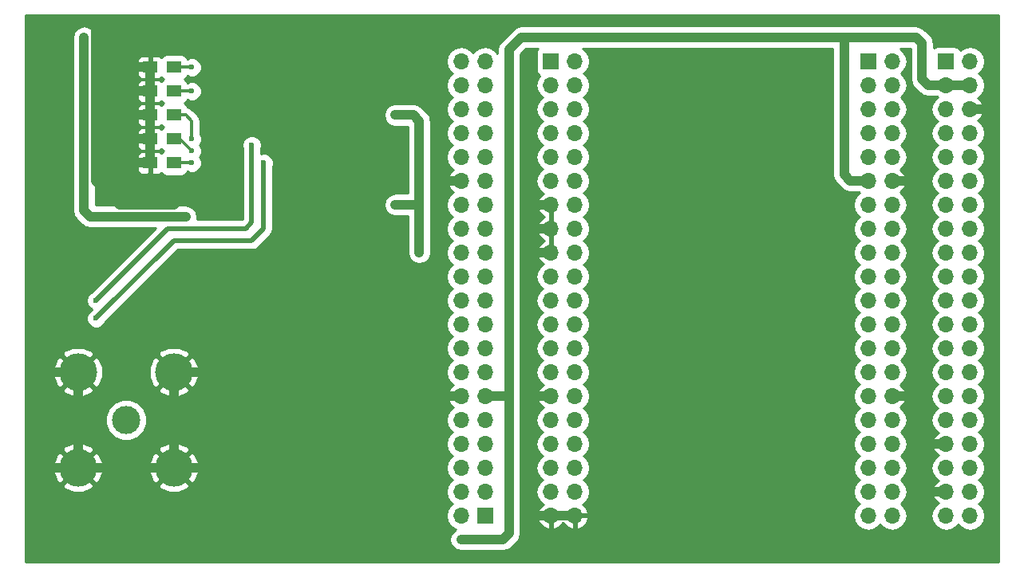
<source format=gbr>
G04 #@! TF.FileFunction,Copper,L2,Bot,Signal*
%FSLAX46Y46*%
G04 Gerber Fmt 4.6, Leading zero omitted, Abs format (unit mm)*
G04 Created by KiCad (PCBNEW 4.0.6) date 11/14/17 10:00:56*
%MOMM*%
%LPD*%
G01*
G04 APERTURE LIST*
%ADD10C,0.100000*%
%ADD11R,1.500000X1.250000*%
%ADD12R,1.700000X1.700000*%
%ADD13O,1.700000X1.700000*%
%ADD14C,3.000000*%
%ADD15C,4.000000*%
%ADD16C,0.600000*%
%ADD17C,0.300000*%
%ADD18C,1.000000*%
%ADD19C,0.500000*%
%ADD20C,0.254000*%
G04 APERTURE END LIST*
D10*
D11*
X114915000Y-78740000D03*
X112415000Y-78740000D03*
X114915000Y-76200000D03*
X112415000Y-76200000D03*
X114915000Y-83820000D03*
X112415000Y-83820000D03*
X114915000Y-81280000D03*
X112415000Y-81280000D03*
X114915000Y-73660000D03*
X112415000Y-73660000D03*
D12*
X147955000Y-121285000D03*
D13*
X145415000Y-121285000D03*
X147955000Y-118745000D03*
X145415000Y-118745000D03*
X147955000Y-116205000D03*
X145415000Y-116205000D03*
X147955000Y-113665000D03*
X145415000Y-113665000D03*
X147955000Y-111125000D03*
X145415000Y-111125000D03*
X147955000Y-108585000D03*
X145415000Y-108585000D03*
X147955000Y-106045000D03*
X145415000Y-106045000D03*
X147955000Y-103505000D03*
X145415000Y-103505000D03*
X147955000Y-100965000D03*
X145415000Y-100965000D03*
X147955000Y-98425000D03*
X145415000Y-98425000D03*
X147955000Y-95885000D03*
X145415000Y-95885000D03*
X147955000Y-93345000D03*
X145415000Y-93345000D03*
X147955000Y-90805000D03*
X145415000Y-90805000D03*
X147955000Y-88265000D03*
X145415000Y-88265000D03*
X147955000Y-85725000D03*
X145415000Y-85725000D03*
X147955000Y-83185000D03*
X145415000Y-83185000D03*
X147955000Y-80645000D03*
X145415000Y-80645000D03*
X147955000Y-78105000D03*
X145415000Y-78105000D03*
X147955000Y-75565000D03*
X145415000Y-75565000D03*
X147955000Y-73025000D03*
X145415000Y-73025000D03*
D12*
X188595000Y-73025000D03*
D13*
X191135000Y-73025000D03*
X188595000Y-75565000D03*
X191135000Y-75565000D03*
X188595000Y-78105000D03*
X191135000Y-78105000D03*
X188595000Y-80645000D03*
X191135000Y-80645000D03*
X188595000Y-83185000D03*
X191135000Y-83185000D03*
X188595000Y-85725000D03*
X191135000Y-85725000D03*
X188595000Y-88265000D03*
X191135000Y-88265000D03*
X188595000Y-90805000D03*
X191135000Y-90805000D03*
X188595000Y-93345000D03*
X191135000Y-93345000D03*
X188595000Y-95885000D03*
X191135000Y-95885000D03*
X188595000Y-98425000D03*
X191135000Y-98425000D03*
X188595000Y-100965000D03*
X191135000Y-100965000D03*
X188595000Y-103505000D03*
X191135000Y-103505000D03*
X188595000Y-106045000D03*
X191135000Y-106045000D03*
X188595000Y-108585000D03*
X191135000Y-108585000D03*
X188595000Y-111125000D03*
X191135000Y-111125000D03*
X188595000Y-113665000D03*
X191135000Y-113665000D03*
X188595000Y-116205000D03*
X191135000Y-116205000D03*
X188595000Y-118745000D03*
X191135000Y-118745000D03*
X188595000Y-121285000D03*
X191135000Y-121285000D03*
D12*
X154940000Y-73025000D03*
D13*
X157480000Y-73025000D03*
X154940000Y-75565000D03*
X157480000Y-75565000D03*
X154940000Y-78105000D03*
X157480000Y-78105000D03*
X154940000Y-80645000D03*
X157480000Y-80645000D03*
X154940000Y-83185000D03*
X157480000Y-83185000D03*
X154940000Y-85725000D03*
X157480000Y-85725000D03*
X154940000Y-88265000D03*
X157480000Y-88265000D03*
X154940000Y-90805000D03*
X157480000Y-90805000D03*
X154940000Y-93345000D03*
X157480000Y-93345000D03*
X154940000Y-95885000D03*
X157480000Y-95885000D03*
X154940000Y-98425000D03*
X157480000Y-98425000D03*
X154940000Y-100965000D03*
X157480000Y-100965000D03*
X154940000Y-103505000D03*
X157480000Y-103505000D03*
X154940000Y-106045000D03*
X157480000Y-106045000D03*
X154940000Y-108585000D03*
X157480000Y-108585000D03*
X154940000Y-111125000D03*
X157480000Y-111125000D03*
X154940000Y-113665000D03*
X157480000Y-113665000D03*
X154940000Y-116205000D03*
X157480000Y-116205000D03*
X154940000Y-118745000D03*
X157480000Y-118745000D03*
X154940000Y-121285000D03*
X157480000Y-121285000D03*
D12*
X196850000Y-73025000D03*
D13*
X199390000Y-73025000D03*
X196850000Y-75565000D03*
X199390000Y-75565000D03*
X196850000Y-78105000D03*
X199390000Y-78105000D03*
X196850000Y-80645000D03*
X199390000Y-80645000D03*
X196850000Y-83185000D03*
X199390000Y-83185000D03*
X196850000Y-85725000D03*
X199390000Y-85725000D03*
X196850000Y-88265000D03*
X199390000Y-88265000D03*
X196850000Y-90805000D03*
X199390000Y-90805000D03*
X196850000Y-93345000D03*
X199390000Y-93345000D03*
X196850000Y-95885000D03*
X199390000Y-95885000D03*
X196850000Y-98425000D03*
X199390000Y-98425000D03*
X196850000Y-100965000D03*
X199390000Y-100965000D03*
X196850000Y-103505000D03*
X199390000Y-103505000D03*
X196850000Y-106045000D03*
X199390000Y-106045000D03*
X196850000Y-108585000D03*
X199390000Y-108585000D03*
X196850000Y-111125000D03*
X199390000Y-111125000D03*
X196850000Y-113665000D03*
X199390000Y-113665000D03*
X196850000Y-116205000D03*
X199390000Y-116205000D03*
X196850000Y-118745000D03*
X199390000Y-118745000D03*
X196850000Y-121285000D03*
X199390000Y-121285000D03*
D14*
X109855000Y-111125000D03*
D15*
X114935000Y-116205000D03*
X104775000Y-116205000D03*
X104775000Y-106045000D03*
X114935000Y-106045000D03*
D16*
X116840000Y-81280000D03*
X201930000Y-124460000D03*
X201930000Y-71120000D03*
X201930000Y-73660000D03*
X201930000Y-76200000D03*
X201930000Y-78740000D03*
X201930000Y-81280000D03*
X201930000Y-83820000D03*
X201930000Y-86360000D03*
X201930000Y-88900000D03*
X201930000Y-91440000D03*
X201930000Y-93980000D03*
X201930000Y-96520000D03*
X201930000Y-99060000D03*
X201930000Y-101600000D03*
X201930000Y-104140000D03*
X201930000Y-106680000D03*
X201930000Y-109220000D03*
X201930000Y-111760000D03*
X201930000Y-114300000D03*
X201930000Y-116840000D03*
X201930000Y-119380000D03*
X201930000Y-121920000D03*
X99695000Y-124460000D03*
X99695000Y-71120000D03*
X99695000Y-73660000D03*
X99695000Y-76200000D03*
X99695000Y-78740000D03*
X99695000Y-81280000D03*
X99695000Y-83820000D03*
X99695000Y-86360000D03*
X99695000Y-88900000D03*
X99695000Y-91440000D03*
X99695000Y-93980000D03*
X99695000Y-96520000D03*
X99695000Y-99060000D03*
X99695000Y-101600000D03*
X99695000Y-104140000D03*
X99695000Y-106680000D03*
X99695000Y-109220000D03*
X99695000Y-111760000D03*
X99695000Y-114300000D03*
X99695000Y-116840000D03*
X99695000Y-119380000D03*
X99695000Y-121920000D03*
X100965000Y-68580000D03*
X200025000Y-68580000D03*
X197485000Y-68580000D03*
X194945000Y-68580000D03*
X192405000Y-68580000D03*
X189865000Y-68580000D03*
X187325000Y-68580000D03*
X184785000Y-68580000D03*
X182245000Y-68580000D03*
X179705000Y-68580000D03*
X177165000Y-68580000D03*
X174625000Y-68580000D03*
X172085000Y-68580000D03*
X169545000Y-68580000D03*
X167005000Y-68580000D03*
X164465000Y-68580000D03*
X161925000Y-68580000D03*
X159385000Y-68580000D03*
X156845000Y-68580000D03*
X154305000Y-68580000D03*
X151765000Y-68580000D03*
X149225000Y-68580000D03*
X146685000Y-68580000D03*
X144145000Y-68580000D03*
X141605000Y-68580000D03*
X139065000Y-68580000D03*
X136525000Y-68580000D03*
X133985000Y-68580000D03*
X131445000Y-68580000D03*
X128905000Y-68580000D03*
X126365000Y-68580000D03*
X123825000Y-68580000D03*
X121285000Y-68580000D03*
X118745000Y-68580000D03*
X116205000Y-68580000D03*
X113665000Y-68580000D03*
X111125000Y-68580000D03*
X108585000Y-68580000D03*
X106045000Y-68580000D03*
X103505000Y-68580000D03*
X116205000Y-125730000D03*
X113665000Y-125730000D03*
X111125000Y-125730000D03*
X108585000Y-125730000D03*
X106045000Y-125730000D03*
X103505000Y-125730000D03*
X118745000Y-125730000D03*
X200025000Y-125730000D03*
X197485000Y-125730000D03*
X194945000Y-125730000D03*
X192405000Y-125730000D03*
X189865000Y-125730000D03*
X187325000Y-125730000D03*
X184785000Y-125730000D03*
X182245000Y-125730000D03*
X179705000Y-125730000D03*
X177165000Y-125730000D03*
X174625000Y-125730000D03*
X172085000Y-125730000D03*
X169545000Y-125730000D03*
X167005000Y-125730000D03*
X164465000Y-125730000D03*
X161925000Y-125730000D03*
X159385000Y-125730000D03*
X156845000Y-125730000D03*
X154305000Y-125730000D03*
X151765000Y-125730000D03*
X149225000Y-125730000D03*
X146685000Y-125730000D03*
X144145000Y-125730000D03*
X141605000Y-125730000D03*
X139065000Y-125730000D03*
X136525000Y-125730000D03*
X133985000Y-125730000D03*
X131445000Y-125730000D03*
X128905000Y-125730000D03*
X126365000Y-125730000D03*
X123825000Y-125730000D03*
X121285000Y-125730000D03*
X116205000Y-86995000D03*
X116205000Y-97790000D03*
X109220000Y-88265000D03*
X106680000Y-73660000D03*
X106680000Y-76200000D03*
X106680000Y-78740000D03*
X106680000Y-81280000D03*
X106680000Y-83820000D03*
X130175000Y-92710000D03*
X132080000Y-78740000D03*
X130175000Y-73025000D03*
X142875000Y-106045000D03*
X139700000Y-99695000D03*
X132715000Y-99695000D03*
X116205000Y-89535000D03*
X105410000Y-70485000D03*
X116840000Y-76200000D03*
X138430000Y-88265000D03*
X140970000Y-93345000D03*
X138430000Y-78740000D03*
X116840000Y-83820000D03*
X124460000Y-83820000D03*
X106680000Y-100330000D03*
X116840000Y-82550000D03*
X123190000Y-81915000D03*
X106680000Y-98425000D03*
X116840000Y-73660000D03*
X145415000Y-123825000D03*
D17*
X114915000Y-78740000D02*
X116205000Y-78740000D01*
X116840000Y-79375000D02*
X116840000Y-81280000D01*
X116205000Y-78740000D02*
X116840000Y-79375000D01*
D18*
X201930000Y-76200000D02*
X201930000Y-73660000D01*
X201930000Y-81280000D02*
X201930000Y-78740000D01*
X201930000Y-86360000D02*
X201930000Y-83820000D01*
X201930000Y-91440000D02*
X201930000Y-88900000D01*
X201930000Y-96520000D02*
X201930000Y-93980000D01*
X201930000Y-101600000D02*
X201930000Y-99060000D01*
X201930000Y-106680000D02*
X201930000Y-104140000D01*
X201930000Y-111760000D02*
X201930000Y-109220000D01*
X201930000Y-116840000D02*
X201930000Y-114300000D01*
X201930000Y-121920000D02*
X201930000Y-119380000D01*
X99695000Y-76200000D02*
X99695000Y-73660000D01*
X99695000Y-81280000D02*
X99695000Y-78740000D01*
X99695000Y-86360000D02*
X99695000Y-83820000D01*
X99695000Y-91440000D02*
X99695000Y-88900000D01*
X99695000Y-96520000D02*
X99695000Y-93980000D01*
X99695000Y-101600000D02*
X99695000Y-99060000D01*
X99695000Y-106680000D02*
X99695000Y-104140000D01*
X99695000Y-111760000D02*
X99695000Y-109220000D01*
X99695000Y-116840000D02*
X99695000Y-114300000D01*
X99695000Y-121920000D02*
X99695000Y-119380000D01*
X194945000Y-68580000D02*
X197485000Y-68580000D01*
X189865000Y-68580000D02*
X192405000Y-68580000D01*
X184785000Y-68580000D02*
X187325000Y-68580000D01*
X179705000Y-68580000D02*
X182245000Y-68580000D01*
X174625000Y-68580000D02*
X177165000Y-68580000D01*
X169545000Y-68580000D02*
X172085000Y-68580000D01*
X164465000Y-68580000D02*
X167005000Y-68580000D01*
X159385000Y-68580000D02*
X161925000Y-68580000D01*
X154305000Y-68580000D02*
X156845000Y-68580000D01*
X149225000Y-68580000D02*
X151765000Y-68580000D01*
X144145000Y-68580000D02*
X146685000Y-68580000D01*
X139065000Y-68580000D02*
X141605000Y-68580000D01*
X133985000Y-68580000D02*
X136525000Y-68580000D01*
X128905000Y-68580000D02*
X131445000Y-68580000D01*
X123825000Y-68580000D02*
X126365000Y-68580000D01*
X118745000Y-68580000D02*
X121285000Y-68580000D01*
X113665000Y-68580000D02*
X116205000Y-68580000D01*
X108585000Y-68580000D02*
X111125000Y-68580000D01*
X103505000Y-68580000D02*
X106045000Y-68580000D01*
X100965000Y-125730000D02*
X103505000Y-125730000D01*
X116205000Y-125730000D02*
X118745000Y-125730000D01*
X111125000Y-125730000D02*
X113665000Y-125730000D01*
X106045000Y-125730000D02*
X108585000Y-125730000D01*
X197485000Y-125730000D02*
X200025000Y-125730000D01*
X192405000Y-125730000D02*
X194945000Y-125730000D01*
X187325000Y-125730000D02*
X189865000Y-125730000D01*
X182245000Y-125730000D02*
X184785000Y-125730000D01*
X177165000Y-125730000D02*
X179705000Y-125730000D01*
X172085000Y-125730000D02*
X174625000Y-125730000D01*
X167005000Y-125730000D02*
X169545000Y-125730000D01*
X161925000Y-125730000D02*
X164465000Y-125730000D01*
X156845000Y-125730000D02*
X159385000Y-125730000D01*
X151765000Y-125730000D02*
X154305000Y-125730000D01*
X146685000Y-125730000D02*
X149225000Y-125730000D01*
X141605000Y-125730000D02*
X144145000Y-125730000D01*
X136525000Y-125730000D02*
X139065000Y-125730000D01*
X131445000Y-125730000D02*
X133985000Y-125730000D01*
X126365000Y-125730000D02*
X128905000Y-125730000D01*
X121285000Y-125730000D02*
X123825000Y-125730000D01*
X104775000Y-116205000D02*
X99695000Y-116205000D01*
X104775000Y-106045000D02*
X99695000Y-106045000D01*
X99695000Y-123825000D02*
X99695000Y-124460000D01*
X99695000Y-123825000D02*
X99695000Y-116205000D01*
X100965000Y-125730000D02*
X101600000Y-125730000D01*
X99695000Y-124460000D02*
X100965000Y-125730000D01*
X118110000Y-125730000D02*
X101600000Y-125730000D01*
X99695000Y-116205000D02*
X99695000Y-106045000D01*
X100965000Y-68580000D02*
X107950000Y-68580000D01*
X99695000Y-106045000D02*
X99695000Y-71120000D01*
X99695000Y-71120000D02*
X99695000Y-69850000D01*
X99695000Y-69850000D02*
X100965000Y-68580000D01*
X109220000Y-88265000D02*
X114935000Y-88265000D01*
X114935000Y-88265000D02*
X116205000Y-86995000D01*
X114935000Y-106045000D02*
X118110000Y-106045000D01*
X114935000Y-116205000D02*
X118110000Y-116205000D01*
X104775000Y-106045000D02*
X104775000Y-116205000D01*
X104775000Y-116205000D02*
X114935000Y-116205000D01*
X114935000Y-116205000D02*
X114935000Y-106045000D01*
X118110000Y-99695000D02*
X118110000Y-106045000D01*
X118110000Y-106045000D02*
X118110000Y-116205000D01*
X118110000Y-116205000D02*
X118110000Y-125730000D01*
X118745000Y-125730000D02*
X142875000Y-125730000D01*
X118745000Y-125730000D02*
X118110000Y-125730000D01*
X118110000Y-99695000D02*
X122555000Y-99695000D01*
X116205000Y-97790000D02*
X118110000Y-99695000D01*
X106680000Y-85725000D02*
X106680000Y-83820000D01*
X109220000Y-88265000D02*
X106680000Y-85725000D01*
X112415000Y-83820000D02*
X112415000Y-81280000D01*
X112415000Y-81280000D02*
X112415000Y-78740000D01*
X112415000Y-78740000D02*
X112415000Y-76200000D01*
X112415000Y-76200000D02*
X112415000Y-73660000D01*
X112415000Y-83820000D02*
X106680000Y-83820000D01*
X112415000Y-81280000D02*
X106680000Y-81280000D01*
X112415000Y-78740000D02*
X106680000Y-78740000D01*
X112415000Y-76200000D02*
X106680000Y-76200000D01*
X112415000Y-73660000D02*
X106680000Y-73660000D01*
X117475000Y-68580000D02*
X107950000Y-68580000D01*
X130175000Y-68580000D02*
X117475000Y-68580000D01*
X106680000Y-69850000D02*
X106680000Y-73660000D01*
X107950000Y-68580000D02*
X106680000Y-69850000D01*
X106680000Y-73660000D02*
X106680000Y-76200000D01*
X106680000Y-76200000D02*
X106680000Y-78740000D01*
X106680000Y-78740000D02*
X106680000Y-81280000D01*
X106680000Y-81280000D02*
X106680000Y-83820000D01*
X130810000Y-99695000D02*
X122555000Y-99695000D01*
X132080000Y-78740000D02*
X130175000Y-78740000D01*
X132715000Y-99695000D02*
X130810000Y-99695000D01*
X130175000Y-99060000D02*
X130175000Y-92710000D01*
X130810000Y-99695000D02*
X130175000Y-99060000D01*
X130175000Y-92710000D02*
X130175000Y-86995000D01*
X130175000Y-86995000D02*
X130175000Y-78740000D01*
X130175000Y-78740000D02*
X130175000Y-73025000D01*
X130175000Y-73025000D02*
X130175000Y-68580000D01*
X199390000Y-78105000D02*
X201930000Y-78105000D01*
X145415000Y-108585000D02*
X142875000Y-108585000D01*
X142875000Y-107315000D02*
X142875000Y-108585000D01*
X142875000Y-108585000D02*
X142875000Y-125730000D01*
X142875000Y-86360000D02*
X142875000Y-68580000D01*
X201930000Y-79375000D02*
X201930000Y-78105000D01*
X201930000Y-79375000D02*
X201930000Y-124460000D01*
X201930000Y-78105000D02*
X201930000Y-71120000D01*
X201930000Y-71120000D02*
X201930000Y-69850000D01*
X201930000Y-69850000D02*
X200660000Y-68580000D01*
X200660000Y-68580000D02*
X200025000Y-68580000D01*
X200025000Y-68580000D02*
X142875000Y-68580000D01*
X142875000Y-68580000D02*
X130175000Y-68580000D01*
X193675000Y-118745000D02*
X193675000Y-125730000D01*
X157480000Y-121285000D02*
X154940000Y-121285000D01*
X154940000Y-121285000D02*
X152400000Y-121285000D01*
X152400000Y-108585000D02*
X152400000Y-121285000D01*
X152400000Y-121285000D02*
X152400000Y-125730000D01*
X200660000Y-125730000D02*
X193675000Y-125730000D01*
X201930000Y-124460000D02*
X200660000Y-125730000D01*
X193675000Y-125730000D02*
X152400000Y-125730000D01*
X152400000Y-125730000D02*
X142875000Y-125730000D01*
X132715000Y-99695000D02*
X139700000Y-99695000D01*
X139700000Y-99695000D02*
X142875000Y-99695000D01*
X154940000Y-108585000D02*
X152400000Y-108585000D01*
X154940000Y-90805000D02*
X152400000Y-90805000D01*
X154940000Y-93345000D02*
X152400000Y-93345000D01*
X154940000Y-88265000D02*
X153670000Y-88265000D01*
X152400000Y-89535000D02*
X152400000Y-90805000D01*
X152400000Y-90805000D02*
X152400000Y-93345000D01*
X152400000Y-93345000D02*
X152400000Y-108585000D01*
X153670000Y-88265000D02*
X152400000Y-89535000D01*
X191135000Y-108585000D02*
X193675000Y-108585000D01*
X196850000Y-113665000D02*
X193675000Y-113665000D01*
X196850000Y-118745000D02*
X193675000Y-118745000D01*
X191135000Y-85725000D02*
X193040000Y-85725000D01*
X193675000Y-86360000D02*
X193675000Y-108585000D01*
X193675000Y-108585000D02*
X193675000Y-113665000D01*
X193675000Y-113665000D02*
X193675000Y-118745000D01*
X193040000Y-85725000D02*
X193675000Y-86360000D01*
X143510000Y-85725000D02*
X145415000Y-85725000D01*
X142875000Y-99695000D02*
X142875000Y-86360000D01*
X142875000Y-86360000D02*
X143510000Y-85725000D01*
X142875000Y-107315000D02*
X142875000Y-106045000D01*
X142875000Y-106045000D02*
X142875000Y-99695000D01*
X106045000Y-89535000D02*
X116205000Y-89535000D01*
X105410000Y-88900000D02*
X106045000Y-89535000D01*
X105410000Y-70485000D02*
X105410000Y-88900000D01*
D17*
X114915000Y-76200000D02*
X116840000Y-76200000D01*
D18*
X138430000Y-88265000D02*
X140970000Y-88265000D01*
X140970000Y-93345000D02*
X140970000Y-88265000D01*
X140970000Y-88265000D02*
X140970000Y-79375000D01*
X140970000Y-79375000D02*
X140335000Y-78740000D01*
X140335000Y-78740000D02*
X138430000Y-78740000D01*
D17*
X114915000Y-83820000D02*
X116840000Y-83820000D01*
D19*
X124460000Y-90805000D02*
X124460000Y-83820000D01*
X123190000Y-92075000D02*
X124460000Y-90805000D01*
X114935000Y-92075000D02*
X123190000Y-92075000D01*
X106680000Y-100330000D02*
X114935000Y-92075000D01*
D17*
X114915000Y-81280000D02*
X115570000Y-81280000D01*
X115570000Y-81280000D02*
X116840000Y-82550000D01*
D19*
X123190000Y-90170000D02*
X123190000Y-81915000D01*
X122555000Y-90805000D02*
X123190000Y-90170000D01*
X114300000Y-90805000D02*
X122555000Y-90805000D01*
X106680000Y-98425000D02*
X114300000Y-90805000D01*
D17*
X114915000Y-73660000D02*
X116840000Y-73660000D01*
D18*
X147955000Y-108585000D02*
X150495000Y-108585000D01*
X150495000Y-107950000D02*
X150495000Y-108585000D01*
X150495000Y-108585000D02*
X150495000Y-123190000D01*
X149860000Y-123825000D02*
X145415000Y-123825000D01*
X150495000Y-123190000D02*
X149860000Y-123825000D01*
X150495000Y-107950000D02*
X150495000Y-71755000D01*
X151765000Y-70485000D02*
X186055000Y-70485000D01*
X150495000Y-71755000D02*
X151765000Y-70485000D01*
X188595000Y-85725000D02*
X186690000Y-85725000D01*
X186690000Y-85725000D02*
X186055000Y-85090000D01*
X186055000Y-85090000D02*
X186055000Y-70485000D01*
X196850000Y-75565000D02*
X194945000Y-75565000D01*
X194945000Y-75565000D02*
X194310000Y-74930000D01*
X194310000Y-74930000D02*
X194310000Y-71120000D01*
X194310000Y-71120000D02*
X193675000Y-70485000D01*
X193675000Y-70485000D02*
X186055000Y-70485000D01*
X199390000Y-75565000D02*
X196850000Y-75565000D01*
D20*
G36*
X202423000Y-126223000D02*
X99202000Y-126223000D01*
X99202000Y-118080022D01*
X103079584Y-118080022D01*
X103300353Y-118450743D01*
X104272012Y-118844119D01*
X105320247Y-118835713D01*
X106249647Y-118450743D01*
X106470416Y-118080022D01*
X113239584Y-118080022D01*
X113460353Y-118450743D01*
X114432012Y-118844119D01*
X115480247Y-118835713D01*
X116409647Y-118450743D01*
X116630416Y-118080022D01*
X114935000Y-116384605D01*
X113239584Y-118080022D01*
X106470416Y-118080022D01*
X104775000Y-116384605D01*
X103079584Y-118080022D01*
X99202000Y-118080022D01*
X99202000Y-115702012D01*
X102135881Y-115702012D01*
X102144287Y-116750247D01*
X102529257Y-117679647D01*
X102899978Y-117900416D01*
X104595395Y-116205000D01*
X104954605Y-116205000D01*
X106650022Y-117900416D01*
X107020743Y-117679647D01*
X107414119Y-116707988D01*
X107406052Y-115702012D01*
X112295881Y-115702012D01*
X112304287Y-116750247D01*
X112689257Y-117679647D01*
X113059978Y-117900416D01*
X114755395Y-116205000D01*
X115114605Y-116205000D01*
X116810022Y-117900416D01*
X117180743Y-117679647D01*
X117574119Y-116707988D01*
X117565713Y-115659753D01*
X117180743Y-114730353D01*
X116810022Y-114509584D01*
X115114605Y-116205000D01*
X114755395Y-116205000D01*
X113059978Y-114509584D01*
X112689257Y-114730353D01*
X112295881Y-115702012D01*
X107406052Y-115702012D01*
X107405713Y-115659753D01*
X107020743Y-114730353D01*
X106650022Y-114509584D01*
X104954605Y-116205000D01*
X104595395Y-116205000D01*
X102899978Y-114509584D01*
X102529257Y-114730353D01*
X102135881Y-115702012D01*
X99202000Y-115702012D01*
X99202000Y-114329978D01*
X103079584Y-114329978D01*
X104775000Y-116025395D01*
X106470416Y-114329978D01*
X113239584Y-114329978D01*
X114935000Y-116025395D01*
X116630416Y-114329978D01*
X116409647Y-113959257D01*
X115437988Y-113565881D01*
X114389753Y-113574287D01*
X113460353Y-113959257D01*
X113239584Y-114329978D01*
X106470416Y-114329978D01*
X106249647Y-113959257D01*
X105277988Y-113565881D01*
X104229753Y-113574287D01*
X103300353Y-113959257D01*
X103079584Y-114329978D01*
X99202000Y-114329978D01*
X99202000Y-111566034D01*
X107627614Y-111566034D01*
X107965940Y-112384846D01*
X108591858Y-113011858D01*
X109410079Y-113351613D01*
X110296034Y-113352386D01*
X111114846Y-113014060D01*
X111741858Y-112388142D01*
X112081613Y-111569921D01*
X112082386Y-110683966D01*
X111744060Y-109865154D01*
X111118142Y-109238142D01*
X110299921Y-108898387D01*
X109413966Y-108897614D01*
X108595154Y-109235940D01*
X107968142Y-109861858D01*
X107628387Y-110680079D01*
X107627614Y-111566034D01*
X99202000Y-111566034D01*
X99202000Y-107920022D01*
X103079584Y-107920022D01*
X103300353Y-108290743D01*
X104272012Y-108684119D01*
X105320247Y-108675713D01*
X106249647Y-108290743D01*
X106470416Y-107920022D01*
X113239584Y-107920022D01*
X113460353Y-108290743D01*
X114432012Y-108684119D01*
X115480247Y-108675713D01*
X116409647Y-108290743D01*
X116630416Y-107920022D01*
X114935000Y-106224605D01*
X113239584Y-107920022D01*
X106470416Y-107920022D01*
X104775000Y-106224605D01*
X103079584Y-107920022D01*
X99202000Y-107920022D01*
X99202000Y-105542012D01*
X102135881Y-105542012D01*
X102144287Y-106590247D01*
X102529257Y-107519647D01*
X102899978Y-107740416D01*
X104595395Y-106045000D01*
X104954605Y-106045000D01*
X106650022Y-107740416D01*
X107020743Y-107519647D01*
X107414119Y-106547988D01*
X107406052Y-105542012D01*
X112295881Y-105542012D01*
X112304287Y-106590247D01*
X112689257Y-107519647D01*
X113059978Y-107740416D01*
X114755395Y-106045000D01*
X115114605Y-106045000D01*
X116810022Y-107740416D01*
X117180743Y-107519647D01*
X117574119Y-106547988D01*
X117565713Y-105499753D01*
X117180743Y-104570353D01*
X116810022Y-104349584D01*
X115114605Y-106045000D01*
X114755395Y-106045000D01*
X113059978Y-104349584D01*
X112689257Y-104570353D01*
X112295881Y-105542012D01*
X107406052Y-105542012D01*
X107405713Y-105499753D01*
X107020743Y-104570353D01*
X106650022Y-104349584D01*
X104954605Y-106045000D01*
X104595395Y-106045000D01*
X102899978Y-104349584D01*
X102529257Y-104570353D01*
X102135881Y-105542012D01*
X99202000Y-105542012D01*
X99202000Y-104169978D01*
X103079584Y-104169978D01*
X104775000Y-105865395D01*
X106470416Y-104169978D01*
X113239584Y-104169978D01*
X114935000Y-105865395D01*
X116630416Y-104169978D01*
X116409647Y-103799257D01*
X115437988Y-103405881D01*
X114389753Y-103414287D01*
X113460353Y-103799257D01*
X113239584Y-104169978D01*
X106470416Y-104169978D01*
X106249647Y-103799257D01*
X105277988Y-103405881D01*
X104229753Y-103414287D01*
X103300353Y-103799257D01*
X103079584Y-104169978D01*
X99202000Y-104169978D01*
X99202000Y-70485000D01*
X104183000Y-70485000D01*
X104183000Y-88900000D01*
X104276400Y-89369553D01*
X104501532Y-89706486D01*
X104542380Y-89767620D01*
X105177380Y-90402620D01*
X105575448Y-90668601D01*
X106045000Y-90762000D01*
X112961313Y-90762000D01*
X106219083Y-97504231D01*
X106099011Y-97553844D01*
X105809860Y-97842492D01*
X105653179Y-98219821D01*
X105652822Y-98628387D01*
X105808844Y-99005989D01*
X106097492Y-99295140D01*
X106264024Y-99364290D01*
X106219083Y-99409231D01*
X106099011Y-99458844D01*
X105809860Y-99747492D01*
X105653179Y-100124821D01*
X105652822Y-100533387D01*
X105808844Y-100910989D01*
X106097492Y-101200140D01*
X106474821Y-101356821D01*
X106883387Y-101357178D01*
X107260989Y-101201156D01*
X107550140Y-100912508D01*
X107600530Y-100791156D01*
X115339686Y-93052000D01*
X123190000Y-93052000D01*
X123563882Y-92977630D01*
X123880843Y-92765843D01*
X125150843Y-91495843D01*
X125225469Y-91384157D01*
X125362630Y-91178882D01*
X125437000Y-90805000D01*
X125437000Y-84145161D01*
X125486821Y-84025179D01*
X125487178Y-83616613D01*
X125331156Y-83239011D01*
X125042508Y-82949860D01*
X124665179Y-82793179D01*
X124256613Y-82792822D01*
X124167000Y-82829849D01*
X124167000Y-82240161D01*
X124216821Y-82120179D01*
X124217178Y-81711613D01*
X124061156Y-81334011D01*
X123772508Y-81044860D01*
X123395179Y-80888179D01*
X122986613Y-80887822D01*
X122609011Y-81043844D01*
X122319860Y-81332492D01*
X122163179Y-81709821D01*
X122162822Y-82118387D01*
X122213000Y-82239827D01*
X122213000Y-89765313D01*
X122150314Y-89828000D01*
X117373719Y-89828000D01*
X117432000Y-89535000D01*
X117338600Y-89065447D01*
X117072620Y-88667380D01*
X116674553Y-88401400D01*
X116205000Y-88308000D01*
X106637000Y-88308000D01*
X106637000Y-84105750D01*
X111030000Y-84105750D01*
X111030000Y-84571310D01*
X111126673Y-84804699D01*
X111305302Y-84983327D01*
X111538691Y-85080000D01*
X112129250Y-85080000D01*
X112288000Y-84921250D01*
X112288000Y-83947000D01*
X111188750Y-83947000D01*
X111030000Y-84105750D01*
X106637000Y-84105750D01*
X106637000Y-83068690D01*
X111030000Y-83068690D01*
X111030000Y-83534250D01*
X111188750Y-83693000D01*
X112288000Y-83693000D01*
X112288000Y-82718750D01*
X112129250Y-82560000D01*
X111538691Y-82560000D01*
X111305302Y-82656673D01*
X111126673Y-82835301D01*
X111030000Y-83068690D01*
X106637000Y-83068690D01*
X106637000Y-81565750D01*
X111030000Y-81565750D01*
X111030000Y-82031310D01*
X111126673Y-82264699D01*
X111305302Y-82443327D01*
X111538691Y-82540000D01*
X112129250Y-82540000D01*
X112288000Y-82381250D01*
X112288000Y-81407000D01*
X111188750Y-81407000D01*
X111030000Y-81565750D01*
X106637000Y-81565750D01*
X106637000Y-80528690D01*
X111030000Y-80528690D01*
X111030000Y-80994250D01*
X111188750Y-81153000D01*
X112288000Y-81153000D01*
X112288000Y-80178750D01*
X112129250Y-80020000D01*
X111538691Y-80020000D01*
X111305302Y-80116673D01*
X111126673Y-80295301D01*
X111030000Y-80528690D01*
X106637000Y-80528690D01*
X106637000Y-79025750D01*
X111030000Y-79025750D01*
X111030000Y-79491310D01*
X111126673Y-79724699D01*
X111305302Y-79903327D01*
X111538691Y-80000000D01*
X112129250Y-80000000D01*
X112288000Y-79841250D01*
X112288000Y-78867000D01*
X111188750Y-78867000D01*
X111030000Y-79025750D01*
X106637000Y-79025750D01*
X106637000Y-77988690D01*
X111030000Y-77988690D01*
X111030000Y-78454250D01*
X111188750Y-78613000D01*
X112288000Y-78613000D01*
X112288000Y-77638750D01*
X112129250Y-77480000D01*
X111538691Y-77480000D01*
X111305302Y-77576673D01*
X111126673Y-77755301D01*
X111030000Y-77988690D01*
X106637000Y-77988690D01*
X106637000Y-76485750D01*
X111030000Y-76485750D01*
X111030000Y-76951310D01*
X111126673Y-77184699D01*
X111305302Y-77363327D01*
X111538691Y-77460000D01*
X112129250Y-77460000D01*
X112288000Y-77301250D01*
X112288000Y-76327000D01*
X111188750Y-76327000D01*
X111030000Y-76485750D01*
X106637000Y-76485750D01*
X106637000Y-75448690D01*
X111030000Y-75448690D01*
X111030000Y-75914250D01*
X111188750Y-76073000D01*
X112288000Y-76073000D01*
X112288000Y-75098750D01*
X112129250Y-74940000D01*
X111538691Y-74940000D01*
X111305302Y-75036673D01*
X111126673Y-75215301D01*
X111030000Y-75448690D01*
X106637000Y-75448690D01*
X106637000Y-73945750D01*
X111030000Y-73945750D01*
X111030000Y-74411310D01*
X111126673Y-74644699D01*
X111305302Y-74823327D01*
X111538691Y-74920000D01*
X112129250Y-74920000D01*
X112288000Y-74761250D01*
X112288000Y-73787000D01*
X111188750Y-73787000D01*
X111030000Y-73945750D01*
X106637000Y-73945750D01*
X106637000Y-72908690D01*
X111030000Y-72908690D01*
X111030000Y-73374250D01*
X111188750Y-73533000D01*
X112288000Y-73533000D01*
X112288000Y-72558750D01*
X112542000Y-72558750D01*
X112542000Y-73533000D01*
X112562000Y-73533000D01*
X112562000Y-73787000D01*
X112542000Y-73787000D01*
X112542000Y-74761250D01*
X112700750Y-74920000D01*
X113291309Y-74920000D01*
X113524698Y-74823327D01*
X113599415Y-74748610D01*
X113633672Y-74801846D01*
X113822964Y-74931185D01*
X113648154Y-75043672D01*
X113600882Y-75112856D01*
X113524698Y-75036673D01*
X113291309Y-74940000D01*
X112700750Y-74940000D01*
X112542000Y-75098750D01*
X112542000Y-76073000D01*
X112562000Y-76073000D01*
X112562000Y-76327000D01*
X112542000Y-76327000D01*
X112542000Y-77301250D01*
X112700750Y-77460000D01*
X113291309Y-77460000D01*
X113524698Y-77363327D01*
X113599415Y-77288610D01*
X113633672Y-77341846D01*
X113822964Y-77471185D01*
X113648154Y-77583672D01*
X113600882Y-77652856D01*
X113524698Y-77576673D01*
X113291309Y-77480000D01*
X112700750Y-77480000D01*
X112542000Y-77638750D01*
X112542000Y-78613000D01*
X112562000Y-78613000D01*
X112562000Y-78867000D01*
X112542000Y-78867000D01*
X112542000Y-79841250D01*
X112700750Y-80000000D01*
X113291309Y-80000000D01*
X113524698Y-79903327D01*
X113599415Y-79828610D01*
X113633672Y-79881846D01*
X113822964Y-80011185D01*
X113648154Y-80123672D01*
X113600882Y-80192856D01*
X113524698Y-80116673D01*
X113291309Y-80020000D01*
X112700750Y-80020000D01*
X112542000Y-80178750D01*
X112542000Y-81153000D01*
X112562000Y-81153000D01*
X112562000Y-81407000D01*
X112542000Y-81407000D01*
X112542000Y-82381250D01*
X112700750Y-82540000D01*
X113291309Y-82540000D01*
X113524698Y-82443327D01*
X113599415Y-82368610D01*
X113633672Y-82421846D01*
X113822964Y-82551185D01*
X113648154Y-82663672D01*
X113600882Y-82732856D01*
X113524698Y-82656673D01*
X113291309Y-82560000D01*
X112700750Y-82560000D01*
X112542000Y-82718750D01*
X112542000Y-83693000D01*
X112562000Y-83693000D01*
X112562000Y-83947000D01*
X112542000Y-83947000D01*
X112542000Y-84921250D01*
X112700750Y-85080000D01*
X113291309Y-85080000D01*
X113524698Y-84983327D01*
X113599415Y-84908610D01*
X113633672Y-84961846D01*
X113876615Y-85127843D01*
X114165000Y-85186242D01*
X115665000Y-85186242D01*
X115934410Y-85135549D01*
X116181846Y-84976328D01*
X116347843Y-84733385D01*
X116348913Y-84728101D01*
X116634821Y-84846821D01*
X117043387Y-84847178D01*
X117420989Y-84691156D01*
X117710140Y-84402508D01*
X117866821Y-84025179D01*
X117867178Y-83616613D01*
X117711156Y-83239011D01*
X117657397Y-83185159D01*
X117710140Y-83132508D01*
X117866821Y-82755179D01*
X117867178Y-82346613D01*
X117711156Y-81969011D01*
X117657397Y-81915159D01*
X117710140Y-81862508D01*
X117866821Y-81485179D01*
X117867178Y-81076613D01*
X117717000Y-80713155D01*
X117717000Y-79375005D01*
X117717001Y-79375000D01*
X117650242Y-79039387D01*
X117641130Y-79025750D01*
X117460133Y-78754867D01*
X117460130Y-78754865D01*
X117445266Y-78740000D01*
X137203000Y-78740000D01*
X137296400Y-79209553D01*
X137562380Y-79607620D01*
X137960447Y-79873600D01*
X138430000Y-79967000D01*
X139743000Y-79967000D01*
X139743000Y-87038000D01*
X138430000Y-87038000D01*
X137960447Y-87131400D01*
X137562380Y-87397380D01*
X137296400Y-87795447D01*
X137203000Y-88265000D01*
X137296400Y-88734553D01*
X137562380Y-89132620D01*
X137960447Y-89398600D01*
X138430000Y-89492000D01*
X139743000Y-89492000D01*
X139743000Y-93345000D01*
X139836400Y-93814553D01*
X140102380Y-94212620D01*
X140500447Y-94478600D01*
X140970000Y-94572000D01*
X141439553Y-94478600D01*
X141837620Y-94212620D01*
X142103600Y-93814553D01*
X142197000Y-93345000D01*
X142197000Y-79375000D01*
X142164091Y-79209553D01*
X142103601Y-78905448D01*
X141837620Y-78507380D01*
X141202620Y-77872380D01*
X141027399Y-77755301D01*
X140804553Y-77606400D01*
X140335000Y-77513000D01*
X138430000Y-77513000D01*
X137960447Y-77606400D01*
X137562380Y-77872380D01*
X137296400Y-78270447D01*
X137203000Y-78740000D01*
X117445266Y-78740000D01*
X116825133Y-78119867D01*
X116540613Y-77929758D01*
X116364806Y-77894788D01*
X116355549Y-77845590D01*
X116196328Y-77598154D01*
X116007036Y-77468815D01*
X116181846Y-77356328D01*
X116347843Y-77113385D01*
X116348913Y-77108101D01*
X116634821Y-77226821D01*
X117043387Y-77227178D01*
X117420989Y-77071156D01*
X117710140Y-76782508D01*
X117866821Y-76405179D01*
X117867178Y-75996613D01*
X117711156Y-75619011D01*
X117422508Y-75329860D01*
X117045179Y-75173179D01*
X116636613Y-75172822D01*
X116347093Y-75292449D01*
X116196328Y-75058154D01*
X116007036Y-74928815D01*
X116181846Y-74816328D01*
X116347843Y-74573385D01*
X116348913Y-74568101D01*
X116634821Y-74686821D01*
X117043387Y-74687178D01*
X117420989Y-74531156D01*
X117710140Y-74242508D01*
X117866821Y-73865179D01*
X117867178Y-73456613D01*
X117711156Y-73079011D01*
X117657239Y-73025000D01*
X143807105Y-73025000D01*
X143927147Y-73628492D01*
X144268998Y-74140107D01*
X144500811Y-74295000D01*
X144268998Y-74449893D01*
X143927147Y-74961508D01*
X143807105Y-75565000D01*
X143927147Y-76168492D01*
X144268998Y-76680107D01*
X144500811Y-76835000D01*
X144268998Y-76989893D01*
X143927147Y-77501508D01*
X143807105Y-78105000D01*
X143927147Y-78708492D01*
X144268998Y-79220107D01*
X144500811Y-79375000D01*
X144268998Y-79529893D01*
X143927147Y-80041508D01*
X143807105Y-80645000D01*
X143927147Y-81248492D01*
X144268998Y-81760107D01*
X144500811Y-81915000D01*
X144268998Y-82069893D01*
X143927147Y-82581508D01*
X143807105Y-83185000D01*
X143927147Y-83788492D01*
X144268998Y-84300107D01*
X144580118Y-84507991D01*
X144533642Y-84529817D01*
X144143355Y-84958076D01*
X143973524Y-85368110D01*
X144094845Y-85598000D01*
X145288000Y-85598000D01*
X145288000Y-85578000D01*
X145542000Y-85578000D01*
X145542000Y-85598000D01*
X145562000Y-85598000D01*
X145562000Y-85852000D01*
X145542000Y-85852000D01*
X145542000Y-85872000D01*
X145288000Y-85872000D01*
X145288000Y-85852000D01*
X144094845Y-85852000D01*
X143973524Y-86081890D01*
X144143355Y-86491924D01*
X144533642Y-86920183D01*
X144580118Y-86942009D01*
X144268998Y-87149893D01*
X143927147Y-87661508D01*
X143807105Y-88265000D01*
X143927147Y-88868492D01*
X144268998Y-89380107D01*
X144500811Y-89535000D01*
X144268998Y-89689893D01*
X143927147Y-90201508D01*
X143807105Y-90805000D01*
X143927147Y-91408492D01*
X144268998Y-91920107D01*
X144500811Y-92075000D01*
X144268998Y-92229893D01*
X143927147Y-92741508D01*
X143807105Y-93345000D01*
X143927147Y-93948492D01*
X144268998Y-94460107D01*
X144500811Y-94615000D01*
X144268998Y-94769893D01*
X143927147Y-95281508D01*
X143807105Y-95885000D01*
X143927147Y-96488492D01*
X144268998Y-97000107D01*
X144500811Y-97155000D01*
X144268998Y-97309893D01*
X143927147Y-97821508D01*
X143807105Y-98425000D01*
X143927147Y-99028492D01*
X144268998Y-99540107D01*
X144500811Y-99695000D01*
X144268998Y-99849893D01*
X143927147Y-100361508D01*
X143807105Y-100965000D01*
X143927147Y-101568492D01*
X144268998Y-102080107D01*
X144500811Y-102235000D01*
X144268998Y-102389893D01*
X143927147Y-102901508D01*
X143807105Y-103505000D01*
X143927147Y-104108492D01*
X144268998Y-104620107D01*
X144500811Y-104775000D01*
X144268998Y-104929893D01*
X143927147Y-105441508D01*
X143807105Y-106045000D01*
X143927147Y-106648492D01*
X144268998Y-107160107D01*
X144580118Y-107367991D01*
X144533642Y-107389817D01*
X144143355Y-107818076D01*
X143973524Y-108228110D01*
X144094845Y-108458000D01*
X145288000Y-108458000D01*
X145288000Y-108438000D01*
X145542000Y-108438000D01*
X145542000Y-108458000D01*
X145562000Y-108458000D01*
X145562000Y-108712000D01*
X145542000Y-108712000D01*
X145542000Y-108732000D01*
X145288000Y-108732000D01*
X145288000Y-108712000D01*
X144094845Y-108712000D01*
X143973524Y-108941890D01*
X144143355Y-109351924D01*
X144533642Y-109780183D01*
X144580118Y-109802009D01*
X144268998Y-110009893D01*
X143927147Y-110521508D01*
X143807105Y-111125000D01*
X143927147Y-111728492D01*
X144268998Y-112240107D01*
X144500811Y-112395000D01*
X144268998Y-112549893D01*
X143927147Y-113061508D01*
X143807105Y-113665000D01*
X143927147Y-114268492D01*
X144268998Y-114780107D01*
X144500811Y-114935000D01*
X144268998Y-115089893D01*
X143927147Y-115601508D01*
X143807105Y-116205000D01*
X143927147Y-116808492D01*
X144268998Y-117320107D01*
X144500811Y-117475000D01*
X144268998Y-117629893D01*
X143927147Y-118141508D01*
X143807105Y-118745000D01*
X143927147Y-119348492D01*
X144268998Y-119860107D01*
X144500811Y-120015000D01*
X144268998Y-120169893D01*
X143927147Y-120681508D01*
X143807105Y-121285000D01*
X143927147Y-121888492D01*
X144268998Y-122400107D01*
X144780613Y-122741958D01*
X144849326Y-122755626D01*
X144547380Y-122957380D01*
X144281400Y-123355447D01*
X144188000Y-123825000D01*
X144281400Y-124294553D01*
X144547380Y-124692620D01*
X144945447Y-124958600D01*
X145415000Y-125052000D01*
X149860000Y-125052000D01*
X150329553Y-124958600D01*
X150727620Y-124692620D01*
X151362620Y-124057620D01*
X151628601Y-123659552D01*
X151722000Y-123190000D01*
X151722000Y-121641890D01*
X153498524Y-121641890D01*
X153668355Y-122051924D01*
X154058642Y-122480183D01*
X154583108Y-122726486D01*
X154813000Y-122605819D01*
X154813000Y-121412000D01*
X155067000Y-121412000D01*
X155067000Y-122605819D01*
X155296892Y-122726486D01*
X155821358Y-122480183D01*
X156210000Y-122053729D01*
X156598642Y-122480183D01*
X157123108Y-122726486D01*
X157353000Y-122605819D01*
X157353000Y-121412000D01*
X157607000Y-121412000D01*
X157607000Y-122605819D01*
X157836892Y-122726486D01*
X158361358Y-122480183D01*
X158751645Y-122051924D01*
X158921476Y-121641890D01*
X158800155Y-121412000D01*
X157607000Y-121412000D01*
X157353000Y-121412000D01*
X155067000Y-121412000D01*
X154813000Y-121412000D01*
X153619845Y-121412000D01*
X153498524Y-121641890D01*
X151722000Y-121641890D01*
X151722000Y-91161890D01*
X153498524Y-91161890D01*
X153668355Y-91571924D01*
X154058642Y-92000183D01*
X154217954Y-92075000D01*
X154058642Y-92149817D01*
X153668355Y-92578076D01*
X153498524Y-92988110D01*
X153619845Y-93218000D01*
X154813000Y-93218000D01*
X154813000Y-90932000D01*
X153619845Y-90932000D01*
X153498524Y-91161890D01*
X151722000Y-91161890D01*
X151722000Y-88621890D01*
X153498524Y-88621890D01*
X153668355Y-89031924D01*
X154058642Y-89460183D01*
X154217954Y-89535000D01*
X154058642Y-89609817D01*
X153668355Y-90038076D01*
X153498524Y-90448110D01*
X153619845Y-90678000D01*
X154813000Y-90678000D01*
X154813000Y-88392000D01*
X153619845Y-88392000D01*
X153498524Y-88621890D01*
X151722000Y-88621890D01*
X151722000Y-72263240D01*
X152273240Y-71712000D01*
X153526467Y-71712000D01*
X153407157Y-71886615D01*
X153348758Y-72175000D01*
X153348758Y-73875000D01*
X153399451Y-74144410D01*
X153558672Y-74391846D01*
X153746864Y-74520433D01*
X153452147Y-74961508D01*
X153332105Y-75565000D01*
X153452147Y-76168492D01*
X153793998Y-76680107D01*
X154025811Y-76835000D01*
X153793998Y-76989893D01*
X153452147Y-77501508D01*
X153332105Y-78105000D01*
X153452147Y-78708492D01*
X153793998Y-79220107D01*
X154025811Y-79375000D01*
X153793998Y-79529893D01*
X153452147Y-80041508D01*
X153332105Y-80645000D01*
X153452147Y-81248492D01*
X153793998Y-81760107D01*
X154025811Y-81915000D01*
X153793998Y-82069893D01*
X153452147Y-82581508D01*
X153332105Y-83185000D01*
X153452147Y-83788492D01*
X153793998Y-84300107D01*
X154025811Y-84455000D01*
X153793998Y-84609893D01*
X153452147Y-85121508D01*
X153332105Y-85725000D01*
X153452147Y-86328492D01*
X153793998Y-86840107D01*
X154105118Y-87047991D01*
X154058642Y-87069817D01*
X153668355Y-87498076D01*
X153498524Y-87908110D01*
X153619845Y-88138000D01*
X154813000Y-88138000D01*
X154813000Y-88118000D01*
X155067000Y-88118000D01*
X155067000Y-88138000D01*
X155087000Y-88138000D01*
X155087000Y-88392000D01*
X155067000Y-88392000D01*
X155067000Y-90678000D01*
X155087000Y-90678000D01*
X155087000Y-90932000D01*
X155067000Y-90932000D01*
X155067000Y-93218000D01*
X155087000Y-93218000D01*
X155087000Y-93472000D01*
X155067000Y-93472000D01*
X155067000Y-93492000D01*
X154813000Y-93492000D01*
X154813000Y-93472000D01*
X153619845Y-93472000D01*
X153498524Y-93701890D01*
X153668355Y-94111924D01*
X154058642Y-94540183D01*
X154105118Y-94562009D01*
X153793998Y-94769893D01*
X153452147Y-95281508D01*
X153332105Y-95885000D01*
X153452147Y-96488492D01*
X153793998Y-97000107D01*
X154025811Y-97155000D01*
X153793998Y-97309893D01*
X153452147Y-97821508D01*
X153332105Y-98425000D01*
X153452147Y-99028492D01*
X153793998Y-99540107D01*
X154025811Y-99695000D01*
X153793998Y-99849893D01*
X153452147Y-100361508D01*
X153332105Y-100965000D01*
X153452147Y-101568492D01*
X153793998Y-102080107D01*
X154025811Y-102235000D01*
X153793998Y-102389893D01*
X153452147Y-102901508D01*
X153332105Y-103505000D01*
X153452147Y-104108492D01*
X153793998Y-104620107D01*
X154025811Y-104775000D01*
X153793998Y-104929893D01*
X153452147Y-105441508D01*
X153332105Y-106045000D01*
X153452147Y-106648492D01*
X153793998Y-107160107D01*
X154105118Y-107367991D01*
X154058642Y-107389817D01*
X153668355Y-107818076D01*
X153498524Y-108228110D01*
X153619845Y-108458000D01*
X154813000Y-108458000D01*
X154813000Y-108438000D01*
X155067000Y-108438000D01*
X155067000Y-108458000D01*
X155087000Y-108458000D01*
X155087000Y-108712000D01*
X155067000Y-108712000D01*
X155067000Y-108732000D01*
X154813000Y-108732000D01*
X154813000Y-108712000D01*
X153619845Y-108712000D01*
X153498524Y-108941890D01*
X153668355Y-109351924D01*
X154058642Y-109780183D01*
X154105118Y-109802009D01*
X153793998Y-110009893D01*
X153452147Y-110521508D01*
X153332105Y-111125000D01*
X153452147Y-111728492D01*
X153793998Y-112240107D01*
X154025811Y-112395000D01*
X153793998Y-112549893D01*
X153452147Y-113061508D01*
X153332105Y-113665000D01*
X153452147Y-114268492D01*
X153793998Y-114780107D01*
X154025811Y-114935000D01*
X153793998Y-115089893D01*
X153452147Y-115601508D01*
X153332105Y-116205000D01*
X153452147Y-116808492D01*
X153793998Y-117320107D01*
X154025811Y-117475000D01*
X153793998Y-117629893D01*
X153452147Y-118141508D01*
X153332105Y-118745000D01*
X153452147Y-119348492D01*
X153793998Y-119860107D01*
X154105118Y-120067991D01*
X154058642Y-120089817D01*
X153668355Y-120518076D01*
X153498524Y-120928110D01*
X153619845Y-121158000D01*
X154813000Y-121158000D01*
X154813000Y-121138000D01*
X155067000Y-121138000D01*
X155067000Y-121158000D01*
X157353000Y-121158000D01*
X157353000Y-121138000D01*
X157607000Y-121138000D01*
X157607000Y-121158000D01*
X158800155Y-121158000D01*
X158921476Y-120928110D01*
X158751645Y-120518076D01*
X158361358Y-120089817D01*
X158314882Y-120067991D01*
X158626002Y-119860107D01*
X158967853Y-119348492D01*
X159087895Y-118745000D01*
X158967853Y-118141508D01*
X158626002Y-117629893D01*
X158394189Y-117475000D01*
X158626002Y-117320107D01*
X158967853Y-116808492D01*
X159087895Y-116205000D01*
X158967853Y-115601508D01*
X158626002Y-115089893D01*
X158394189Y-114935000D01*
X158626002Y-114780107D01*
X158967853Y-114268492D01*
X159087895Y-113665000D01*
X158967853Y-113061508D01*
X158626002Y-112549893D01*
X158394189Y-112395000D01*
X158626002Y-112240107D01*
X158967853Y-111728492D01*
X159087895Y-111125000D01*
X158967853Y-110521508D01*
X158626002Y-110009893D01*
X158394189Y-109855000D01*
X158626002Y-109700107D01*
X158967853Y-109188492D01*
X159087895Y-108585000D01*
X158967853Y-107981508D01*
X158626002Y-107469893D01*
X158394189Y-107315000D01*
X158626002Y-107160107D01*
X158967853Y-106648492D01*
X159087895Y-106045000D01*
X158967853Y-105441508D01*
X158626002Y-104929893D01*
X158394189Y-104775000D01*
X158626002Y-104620107D01*
X158967853Y-104108492D01*
X159087895Y-103505000D01*
X158967853Y-102901508D01*
X158626002Y-102389893D01*
X158394189Y-102235000D01*
X158626002Y-102080107D01*
X158967853Y-101568492D01*
X159087895Y-100965000D01*
X158967853Y-100361508D01*
X158626002Y-99849893D01*
X158394189Y-99695000D01*
X158626002Y-99540107D01*
X158967853Y-99028492D01*
X159087895Y-98425000D01*
X158967853Y-97821508D01*
X158626002Y-97309893D01*
X158394189Y-97155000D01*
X158626002Y-97000107D01*
X158967853Y-96488492D01*
X159087895Y-95885000D01*
X158967853Y-95281508D01*
X158626002Y-94769893D01*
X158394189Y-94615000D01*
X158626002Y-94460107D01*
X158967853Y-93948492D01*
X159087895Y-93345000D01*
X158967853Y-92741508D01*
X158626002Y-92229893D01*
X158394189Y-92075000D01*
X158626002Y-91920107D01*
X158967853Y-91408492D01*
X159087895Y-90805000D01*
X158967853Y-90201508D01*
X158626002Y-89689893D01*
X158394189Y-89535000D01*
X158626002Y-89380107D01*
X158967853Y-88868492D01*
X159087895Y-88265000D01*
X158967853Y-87661508D01*
X158626002Y-87149893D01*
X158394189Y-86995000D01*
X158626002Y-86840107D01*
X158967853Y-86328492D01*
X159087895Y-85725000D01*
X158967853Y-85121508D01*
X158626002Y-84609893D01*
X158394189Y-84455000D01*
X158626002Y-84300107D01*
X158967853Y-83788492D01*
X159087895Y-83185000D01*
X158967853Y-82581508D01*
X158626002Y-82069893D01*
X158394189Y-81915000D01*
X158626002Y-81760107D01*
X158967853Y-81248492D01*
X159087895Y-80645000D01*
X158967853Y-80041508D01*
X158626002Y-79529893D01*
X158394189Y-79375000D01*
X158626002Y-79220107D01*
X158967853Y-78708492D01*
X159087895Y-78105000D01*
X158967853Y-77501508D01*
X158626002Y-76989893D01*
X158394189Y-76835000D01*
X158626002Y-76680107D01*
X158967853Y-76168492D01*
X159087895Y-75565000D01*
X158967853Y-74961508D01*
X158626002Y-74449893D01*
X158394189Y-74295000D01*
X158626002Y-74140107D01*
X158967853Y-73628492D01*
X159087895Y-73025000D01*
X158967853Y-72421508D01*
X158626002Y-71909893D01*
X158329835Y-71712000D01*
X184828000Y-71712000D01*
X184828000Y-85090000D01*
X184921400Y-85559553D01*
X185116807Y-85852000D01*
X185187380Y-85957620D01*
X185822380Y-86592620D01*
X186220448Y-86858601D01*
X186690000Y-86952000D01*
X187616457Y-86952000D01*
X187680811Y-86995000D01*
X187448998Y-87149893D01*
X187107147Y-87661508D01*
X186987105Y-88265000D01*
X187107147Y-88868492D01*
X187448998Y-89380107D01*
X187680811Y-89535000D01*
X187448998Y-89689893D01*
X187107147Y-90201508D01*
X186987105Y-90805000D01*
X187107147Y-91408492D01*
X187448998Y-91920107D01*
X187680811Y-92075000D01*
X187448998Y-92229893D01*
X187107147Y-92741508D01*
X186987105Y-93345000D01*
X187107147Y-93948492D01*
X187448998Y-94460107D01*
X187680811Y-94615000D01*
X187448998Y-94769893D01*
X187107147Y-95281508D01*
X186987105Y-95885000D01*
X187107147Y-96488492D01*
X187448998Y-97000107D01*
X187680811Y-97155000D01*
X187448998Y-97309893D01*
X187107147Y-97821508D01*
X186987105Y-98425000D01*
X187107147Y-99028492D01*
X187448998Y-99540107D01*
X187680811Y-99695000D01*
X187448998Y-99849893D01*
X187107147Y-100361508D01*
X186987105Y-100965000D01*
X187107147Y-101568492D01*
X187448998Y-102080107D01*
X187680811Y-102235000D01*
X187448998Y-102389893D01*
X187107147Y-102901508D01*
X186987105Y-103505000D01*
X187107147Y-104108492D01*
X187448998Y-104620107D01*
X187680811Y-104775000D01*
X187448998Y-104929893D01*
X187107147Y-105441508D01*
X186987105Y-106045000D01*
X187107147Y-106648492D01*
X187448998Y-107160107D01*
X187680811Y-107315000D01*
X187448998Y-107469893D01*
X187107147Y-107981508D01*
X186987105Y-108585000D01*
X187107147Y-109188492D01*
X187448998Y-109700107D01*
X187680811Y-109855000D01*
X187448998Y-110009893D01*
X187107147Y-110521508D01*
X186987105Y-111125000D01*
X187107147Y-111728492D01*
X187448998Y-112240107D01*
X187680811Y-112395000D01*
X187448998Y-112549893D01*
X187107147Y-113061508D01*
X186987105Y-113665000D01*
X187107147Y-114268492D01*
X187448998Y-114780107D01*
X187680811Y-114935000D01*
X187448998Y-115089893D01*
X187107147Y-115601508D01*
X186987105Y-116205000D01*
X187107147Y-116808492D01*
X187448998Y-117320107D01*
X187680811Y-117475000D01*
X187448998Y-117629893D01*
X187107147Y-118141508D01*
X186987105Y-118745000D01*
X187107147Y-119348492D01*
X187448998Y-119860107D01*
X187680811Y-120015000D01*
X187448998Y-120169893D01*
X187107147Y-120681508D01*
X186987105Y-121285000D01*
X187107147Y-121888492D01*
X187448998Y-122400107D01*
X187960613Y-122741958D01*
X188564105Y-122862000D01*
X188625895Y-122862000D01*
X189229387Y-122741958D01*
X189741002Y-122400107D01*
X189865000Y-122214531D01*
X189988998Y-122400107D01*
X190500613Y-122741958D01*
X191104105Y-122862000D01*
X191165895Y-122862000D01*
X191769387Y-122741958D01*
X192281002Y-122400107D01*
X192622853Y-121888492D01*
X192742895Y-121285000D01*
X192622853Y-120681508D01*
X192281002Y-120169893D01*
X192049189Y-120015000D01*
X192281002Y-119860107D01*
X192622853Y-119348492D01*
X192742895Y-118745000D01*
X192622853Y-118141508D01*
X192281002Y-117629893D01*
X192049189Y-117475000D01*
X192281002Y-117320107D01*
X192622853Y-116808492D01*
X192742895Y-116205000D01*
X192622853Y-115601508D01*
X192281002Y-115089893D01*
X192049189Y-114935000D01*
X192281002Y-114780107D01*
X192622853Y-114268492D01*
X192742895Y-113665000D01*
X192622853Y-113061508D01*
X192281002Y-112549893D01*
X192049189Y-112395000D01*
X192281002Y-112240107D01*
X192622853Y-111728492D01*
X192742895Y-111125000D01*
X192622853Y-110521508D01*
X192281002Y-110009893D01*
X191969882Y-109802009D01*
X192016358Y-109780183D01*
X192406645Y-109351924D01*
X192576476Y-108941890D01*
X192455155Y-108712000D01*
X191262000Y-108712000D01*
X191262000Y-108732000D01*
X191008000Y-108732000D01*
X191008000Y-108712000D01*
X190988000Y-108712000D01*
X190988000Y-108458000D01*
X191008000Y-108458000D01*
X191008000Y-108438000D01*
X191262000Y-108438000D01*
X191262000Y-108458000D01*
X192455155Y-108458000D01*
X192576476Y-108228110D01*
X192406645Y-107818076D01*
X192016358Y-107389817D01*
X191969882Y-107367991D01*
X192281002Y-107160107D01*
X192622853Y-106648492D01*
X192742895Y-106045000D01*
X192622853Y-105441508D01*
X192281002Y-104929893D01*
X192049189Y-104775000D01*
X192281002Y-104620107D01*
X192622853Y-104108492D01*
X192742895Y-103505000D01*
X192622853Y-102901508D01*
X192281002Y-102389893D01*
X192049189Y-102235000D01*
X192281002Y-102080107D01*
X192622853Y-101568492D01*
X192742895Y-100965000D01*
X192622853Y-100361508D01*
X192281002Y-99849893D01*
X192049189Y-99695000D01*
X192281002Y-99540107D01*
X192622853Y-99028492D01*
X192742895Y-98425000D01*
X192622853Y-97821508D01*
X192281002Y-97309893D01*
X192049189Y-97155000D01*
X192281002Y-97000107D01*
X192622853Y-96488492D01*
X192742895Y-95885000D01*
X192622853Y-95281508D01*
X192281002Y-94769893D01*
X192049189Y-94615000D01*
X192281002Y-94460107D01*
X192622853Y-93948492D01*
X192742895Y-93345000D01*
X192622853Y-92741508D01*
X192281002Y-92229893D01*
X192049189Y-92075000D01*
X192281002Y-91920107D01*
X192622853Y-91408492D01*
X192742895Y-90805000D01*
X192622853Y-90201508D01*
X192281002Y-89689893D01*
X192049189Y-89535000D01*
X192281002Y-89380107D01*
X192622853Y-88868492D01*
X192742895Y-88265000D01*
X192622853Y-87661508D01*
X192281002Y-87149893D01*
X191969882Y-86942009D01*
X192016358Y-86920183D01*
X192406645Y-86491924D01*
X192576476Y-86081890D01*
X192455155Y-85852000D01*
X191262000Y-85852000D01*
X191262000Y-85872000D01*
X191008000Y-85872000D01*
X191008000Y-85852000D01*
X190988000Y-85852000D01*
X190988000Y-85598000D01*
X191008000Y-85598000D01*
X191008000Y-85578000D01*
X191262000Y-85578000D01*
X191262000Y-85598000D01*
X192455155Y-85598000D01*
X192576476Y-85368110D01*
X192406645Y-84958076D01*
X192016358Y-84529817D01*
X191969882Y-84507991D01*
X192281002Y-84300107D01*
X192622853Y-83788492D01*
X192742895Y-83185000D01*
X192622853Y-82581508D01*
X192281002Y-82069893D01*
X192049189Y-81915000D01*
X192281002Y-81760107D01*
X192622853Y-81248492D01*
X192742895Y-80645000D01*
X192622853Y-80041508D01*
X192281002Y-79529893D01*
X192049189Y-79375000D01*
X192281002Y-79220107D01*
X192622853Y-78708492D01*
X192742895Y-78105000D01*
X192622853Y-77501508D01*
X192281002Y-76989893D01*
X192049189Y-76835000D01*
X192281002Y-76680107D01*
X192622853Y-76168492D01*
X192742895Y-75565000D01*
X192622853Y-74961508D01*
X192281002Y-74449893D01*
X192049189Y-74295000D01*
X192281002Y-74140107D01*
X192622853Y-73628492D01*
X192742895Y-73025000D01*
X192622853Y-72421508D01*
X192281002Y-71909893D01*
X191984835Y-71712000D01*
X193083000Y-71712000D01*
X193083000Y-74930000D01*
X193176400Y-75399553D01*
X193442380Y-75797620D01*
X194077380Y-76432620D01*
X194475448Y-76698601D01*
X194945000Y-76792000D01*
X195871457Y-76792000D01*
X195935811Y-76835000D01*
X195703998Y-76989893D01*
X195362147Y-77501508D01*
X195242105Y-78105000D01*
X195362147Y-78708492D01*
X195703998Y-79220107D01*
X195935811Y-79375000D01*
X195703998Y-79529893D01*
X195362147Y-80041508D01*
X195242105Y-80645000D01*
X195362147Y-81248492D01*
X195703998Y-81760107D01*
X195935811Y-81915000D01*
X195703998Y-82069893D01*
X195362147Y-82581508D01*
X195242105Y-83185000D01*
X195362147Y-83788492D01*
X195703998Y-84300107D01*
X195935811Y-84455000D01*
X195703998Y-84609893D01*
X195362147Y-85121508D01*
X195242105Y-85725000D01*
X195362147Y-86328492D01*
X195703998Y-86840107D01*
X195935811Y-86995000D01*
X195703998Y-87149893D01*
X195362147Y-87661508D01*
X195242105Y-88265000D01*
X195362147Y-88868492D01*
X195703998Y-89380107D01*
X195935811Y-89535000D01*
X195703998Y-89689893D01*
X195362147Y-90201508D01*
X195242105Y-90805000D01*
X195362147Y-91408492D01*
X195703998Y-91920107D01*
X195935811Y-92075000D01*
X195703998Y-92229893D01*
X195362147Y-92741508D01*
X195242105Y-93345000D01*
X195362147Y-93948492D01*
X195703998Y-94460107D01*
X195935811Y-94615000D01*
X195703998Y-94769893D01*
X195362147Y-95281508D01*
X195242105Y-95885000D01*
X195362147Y-96488492D01*
X195703998Y-97000107D01*
X195935811Y-97155000D01*
X195703998Y-97309893D01*
X195362147Y-97821508D01*
X195242105Y-98425000D01*
X195362147Y-99028492D01*
X195703998Y-99540107D01*
X195935811Y-99695000D01*
X195703998Y-99849893D01*
X195362147Y-100361508D01*
X195242105Y-100965000D01*
X195362147Y-101568492D01*
X195703998Y-102080107D01*
X195935811Y-102235000D01*
X195703998Y-102389893D01*
X195362147Y-102901508D01*
X195242105Y-103505000D01*
X195362147Y-104108492D01*
X195703998Y-104620107D01*
X195935811Y-104775000D01*
X195703998Y-104929893D01*
X195362147Y-105441508D01*
X195242105Y-106045000D01*
X195362147Y-106648492D01*
X195703998Y-107160107D01*
X195935811Y-107315000D01*
X195703998Y-107469893D01*
X195362147Y-107981508D01*
X195242105Y-108585000D01*
X195362147Y-109188492D01*
X195703998Y-109700107D01*
X195935811Y-109855000D01*
X195703998Y-110009893D01*
X195362147Y-110521508D01*
X195242105Y-111125000D01*
X195362147Y-111728492D01*
X195703998Y-112240107D01*
X196015118Y-112447991D01*
X195968642Y-112469817D01*
X195578355Y-112898076D01*
X195408524Y-113308110D01*
X195529845Y-113538000D01*
X196723000Y-113538000D01*
X196723000Y-113518000D01*
X196977000Y-113518000D01*
X196977000Y-113538000D01*
X196997000Y-113538000D01*
X196997000Y-113792000D01*
X196977000Y-113792000D01*
X196977000Y-113812000D01*
X196723000Y-113812000D01*
X196723000Y-113792000D01*
X195529845Y-113792000D01*
X195408524Y-114021890D01*
X195578355Y-114431924D01*
X195968642Y-114860183D01*
X196015118Y-114882009D01*
X195703998Y-115089893D01*
X195362147Y-115601508D01*
X195242105Y-116205000D01*
X195362147Y-116808492D01*
X195703998Y-117320107D01*
X196015118Y-117527991D01*
X195968642Y-117549817D01*
X195578355Y-117978076D01*
X195408524Y-118388110D01*
X195529845Y-118618000D01*
X196723000Y-118618000D01*
X196723000Y-118598000D01*
X196977000Y-118598000D01*
X196977000Y-118618000D01*
X196997000Y-118618000D01*
X196997000Y-118872000D01*
X196977000Y-118872000D01*
X196977000Y-118892000D01*
X196723000Y-118892000D01*
X196723000Y-118872000D01*
X195529845Y-118872000D01*
X195408524Y-119101890D01*
X195578355Y-119511924D01*
X195968642Y-119940183D01*
X196015118Y-119962009D01*
X195703998Y-120169893D01*
X195362147Y-120681508D01*
X195242105Y-121285000D01*
X195362147Y-121888492D01*
X195703998Y-122400107D01*
X196215613Y-122741958D01*
X196819105Y-122862000D01*
X196880895Y-122862000D01*
X197484387Y-122741958D01*
X197996002Y-122400107D01*
X198120000Y-122214531D01*
X198243998Y-122400107D01*
X198755613Y-122741958D01*
X199359105Y-122862000D01*
X199420895Y-122862000D01*
X200024387Y-122741958D01*
X200536002Y-122400107D01*
X200877853Y-121888492D01*
X200997895Y-121285000D01*
X200877853Y-120681508D01*
X200536002Y-120169893D01*
X200304189Y-120015000D01*
X200536002Y-119860107D01*
X200877853Y-119348492D01*
X200997895Y-118745000D01*
X200877853Y-118141508D01*
X200536002Y-117629893D01*
X200304189Y-117475000D01*
X200536002Y-117320107D01*
X200877853Y-116808492D01*
X200997895Y-116205000D01*
X200877853Y-115601508D01*
X200536002Y-115089893D01*
X200304189Y-114935000D01*
X200536002Y-114780107D01*
X200877853Y-114268492D01*
X200997895Y-113665000D01*
X200877853Y-113061508D01*
X200536002Y-112549893D01*
X200304189Y-112395000D01*
X200536002Y-112240107D01*
X200877853Y-111728492D01*
X200997895Y-111125000D01*
X200877853Y-110521508D01*
X200536002Y-110009893D01*
X200304189Y-109855000D01*
X200536002Y-109700107D01*
X200877853Y-109188492D01*
X200997895Y-108585000D01*
X200877853Y-107981508D01*
X200536002Y-107469893D01*
X200304189Y-107315000D01*
X200536002Y-107160107D01*
X200877853Y-106648492D01*
X200997895Y-106045000D01*
X200877853Y-105441508D01*
X200536002Y-104929893D01*
X200304189Y-104775000D01*
X200536002Y-104620107D01*
X200877853Y-104108492D01*
X200997895Y-103505000D01*
X200877853Y-102901508D01*
X200536002Y-102389893D01*
X200304189Y-102235000D01*
X200536002Y-102080107D01*
X200877853Y-101568492D01*
X200997895Y-100965000D01*
X200877853Y-100361508D01*
X200536002Y-99849893D01*
X200304189Y-99695000D01*
X200536002Y-99540107D01*
X200877853Y-99028492D01*
X200997895Y-98425000D01*
X200877853Y-97821508D01*
X200536002Y-97309893D01*
X200304189Y-97155000D01*
X200536002Y-97000107D01*
X200877853Y-96488492D01*
X200997895Y-95885000D01*
X200877853Y-95281508D01*
X200536002Y-94769893D01*
X200304189Y-94615000D01*
X200536002Y-94460107D01*
X200877853Y-93948492D01*
X200997895Y-93345000D01*
X200877853Y-92741508D01*
X200536002Y-92229893D01*
X200304189Y-92075000D01*
X200536002Y-91920107D01*
X200877853Y-91408492D01*
X200997895Y-90805000D01*
X200877853Y-90201508D01*
X200536002Y-89689893D01*
X200304189Y-89535000D01*
X200536002Y-89380107D01*
X200877853Y-88868492D01*
X200997895Y-88265000D01*
X200877853Y-87661508D01*
X200536002Y-87149893D01*
X200304189Y-86995000D01*
X200536002Y-86840107D01*
X200877853Y-86328492D01*
X200997895Y-85725000D01*
X200877853Y-85121508D01*
X200536002Y-84609893D01*
X200304189Y-84455000D01*
X200536002Y-84300107D01*
X200877853Y-83788492D01*
X200997895Y-83185000D01*
X200877853Y-82581508D01*
X200536002Y-82069893D01*
X200304189Y-81915000D01*
X200536002Y-81760107D01*
X200877853Y-81248492D01*
X200997895Y-80645000D01*
X200877853Y-80041508D01*
X200536002Y-79529893D01*
X200224882Y-79322009D01*
X200271358Y-79300183D01*
X200661645Y-78871924D01*
X200831476Y-78461890D01*
X200710155Y-78232000D01*
X199517000Y-78232000D01*
X199517000Y-78252000D01*
X199263000Y-78252000D01*
X199263000Y-78232000D01*
X199243000Y-78232000D01*
X199243000Y-77978000D01*
X199263000Y-77978000D01*
X199263000Y-77958000D01*
X199517000Y-77958000D01*
X199517000Y-77978000D01*
X200710155Y-77978000D01*
X200831476Y-77748110D01*
X200661645Y-77338076D01*
X200271358Y-76909817D01*
X200224882Y-76887991D01*
X200536002Y-76680107D01*
X200877853Y-76168492D01*
X200997895Y-75565000D01*
X200877853Y-74961508D01*
X200536002Y-74449893D01*
X200304189Y-74295000D01*
X200536002Y-74140107D01*
X200877853Y-73628492D01*
X200997895Y-73025000D01*
X200877853Y-72421508D01*
X200536002Y-71909893D01*
X200024387Y-71568042D01*
X199420895Y-71448000D01*
X199359105Y-71448000D01*
X198755613Y-71568042D01*
X198348420Y-71840120D01*
X198231328Y-71658154D01*
X197988385Y-71492157D01*
X197700000Y-71433758D01*
X196000000Y-71433758D01*
X195730590Y-71484451D01*
X195537000Y-71609023D01*
X195537000Y-71120000D01*
X195504091Y-70954553D01*
X195443601Y-70650448D01*
X195177620Y-70252380D01*
X194542620Y-69617380D01*
X194537328Y-69613844D01*
X194144553Y-69351400D01*
X193675000Y-69258000D01*
X151765000Y-69258000D01*
X151295447Y-69351400D01*
X150902672Y-69613844D01*
X150897380Y-69617380D01*
X149627380Y-70887380D01*
X149361400Y-71285447D01*
X149268000Y-71755000D01*
X149268000Y-72159823D01*
X149101002Y-71909893D01*
X148589387Y-71568042D01*
X147985895Y-71448000D01*
X147924105Y-71448000D01*
X147320613Y-71568042D01*
X146808998Y-71909893D01*
X146685000Y-72095469D01*
X146561002Y-71909893D01*
X146049387Y-71568042D01*
X145445895Y-71448000D01*
X145384105Y-71448000D01*
X144780613Y-71568042D01*
X144268998Y-71909893D01*
X143927147Y-72421508D01*
X143807105Y-73025000D01*
X117657239Y-73025000D01*
X117422508Y-72789860D01*
X117045179Y-72633179D01*
X116636613Y-72632822D01*
X116347093Y-72752449D01*
X116196328Y-72518154D01*
X115953385Y-72352157D01*
X115665000Y-72293758D01*
X114165000Y-72293758D01*
X113895590Y-72344451D01*
X113648154Y-72503672D01*
X113600882Y-72572856D01*
X113524698Y-72496673D01*
X113291309Y-72400000D01*
X112700750Y-72400000D01*
X112542000Y-72558750D01*
X112288000Y-72558750D01*
X112129250Y-72400000D01*
X111538691Y-72400000D01*
X111305302Y-72496673D01*
X111126673Y-72675301D01*
X111030000Y-72908690D01*
X106637000Y-72908690D01*
X106637000Y-70485000D01*
X106543600Y-70015447D01*
X106277620Y-69617380D01*
X105879553Y-69351400D01*
X105410000Y-69258000D01*
X104940447Y-69351400D01*
X104542380Y-69617380D01*
X104276400Y-70015447D01*
X104183000Y-70485000D01*
X99202000Y-70485000D01*
X99202000Y-68087000D01*
X202423000Y-68087000D01*
X202423000Y-126223000D01*
X202423000Y-126223000D01*
G37*
X202423000Y-126223000D02*
X99202000Y-126223000D01*
X99202000Y-118080022D01*
X103079584Y-118080022D01*
X103300353Y-118450743D01*
X104272012Y-118844119D01*
X105320247Y-118835713D01*
X106249647Y-118450743D01*
X106470416Y-118080022D01*
X113239584Y-118080022D01*
X113460353Y-118450743D01*
X114432012Y-118844119D01*
X115480247Y-118835713D01*
X116409647Y-118450743D01*
X116630416Y-118080022D01*
X114935000Y-116384605D01*
X113239584Y-118080022D01*
X106470416Y-118080022D01*
X104775000Y-116384605D01*
X103079584Y-118080022D01*
X99202000Y-118080022D01*
X99202000Y-115702012D01*
X102135881Y-115702012D01*
X102144287Y-116750247D01*
X102529257Y-117679647D01*
X102899978Y-117900416D01*
X104595395Y-116205000D01*
X104954605Y-116205000D01*
X106650022Y-117900416D01*
X107020743Y-117679647D01*
X107414119Y-116707988D01*
X107406052Y-115702012D01*
X112295881Y-115702012D01*
X112304287Y-116750247D01*
X112689257Y-117679647D01*
X113059978Y-117900416D01*
X114755395Y-116205000D01*
X115114605Y-116205000D01*
X116810022Y-117900416D01*
X117180743Y-117679647D01*
X117574119Y-116707988D01*
X117565713Y-115659753D01*
X117180743Y-114730353D01*
X116810022Y-114509584D01*
X115114605Y-116205000D01*
X114755395Y-116205000D01*
X113059978Y-114509584D01*
X112689257Y-114730353D01*
X112295881Y-115702012D01*
X107406052Y-115702012D01*
X107405713Y-115659753D01*
X107020743Y-114730353D01*
X106650022Y-114509584D01*
X104954605Y-116205000D01*
X104595395Y-116205000D01*
X102899978Y-114509584D01*
X102529257Y-114730353D01*
X102135881Y-115702012D01*
X99202000Y-115702012D01*
X99202000Y-114329978D01*
X103079584Y-114329978D01*
X104775000Y-116025395D01*
X106470416Y-114329978D01*
X113239584Y-114329978D01*
X114935000Y-116025395D01*
X116630416Y-114329978D01*
X116409647Y-113959257D01*
X115437988Y-113565881D01*
X114389753Y-113574287D01*
X113460353Y-113959257D01*
X113239584Y-114329978D01*
X106470416Y-114329978D01*
X106249647Y-113959257D01*
X105277988Y-113565881D01*
X104229753Y-113574287D01*
X103300353Y-113959257D01*
X103079584Y-114329978D01*
X99202000Y-114329978D01*
X99202000Y-111566034D01*
X107627614Y-111566034D01*
X107965940Y-112384846D01*
X108591858Y-113011858D01*
X109410079Y-113351613D01*
X110296034Y-113352386D01*
X111114846Y-113014060D01*
X111741858Y-112388142D01*
X112081613Y-111569921D01*
X112082386Y-110683966D01*
X111744060Y-109865154D01*
X111118142Y-109238142D01*
X110299921Y-108898387D01*
X109413966Y-108897614D01*
X108595154Y-109235940D01*
X107968142Y-109861858D01*
X107628387Y-110680079D01*
X107627614Y-111566034D01*
X99202000Y-111566034D01*
X99202000Y-107920022D01*
X103079584Y-107920022D01*
X103300353Y-108290743D01*
X104272012Y-108684119D01*
X105320247Y-108675713D01*
X106249647Y-108290743D01*
X106470416Y-107920022D01*
X113239584Y-107920022D01*
X113460353Y-108290743D01*
X114432012Y-108684119D01*
X115480247Y-108675713D01*
X116409647Y-108290743D01*
X116630416Y-107920022D01*
X114935000Y-106224605D01*
X113239584Y-107920022D01*
X106470416Y-107920022D01*
X104775000Y-106224605D01*
X103079584Y-107920022D01*
X99202000Y-107920022D01*
X99202000Y-105542012D01*
X102135881Y-105542012D01*
X102144287Y-106590247D01*
X102529257Y-107519647D01*
X102899978Y-107740416D01*
X104595395Y-106045000D01*
X104954605Y-106045000D01*
X106650022Y-107740416D01*
X107020743Y-107519647D01*
X107414119Y-106547988D01*
X107406052Y-105542012D01*
X112295881Y-105542012D01*
X112304287Y-106590247D01*
X112689257Y-107519647D01*
X113059978Y-107740416D01*
X114755395Y-106045000D01*
X115114605Y-106045000D01*
X116810022Y-107740416D01*
X117180743Y-107519647D01*
X117574119Y-106547988D01*
X117565713Y-105499753D01*
X117180743Y-104570353D01*
X116810022Y-104349584D01*
X115114605Y-106045000D01*
X114755395Y-106045000D01*
X113059978Y-104349584D01*
X112689257Y-104570353D01*
X112295881Y-105542012D01*
X107406052Y-105542012D01*
X107405713Y-105499753D01*
X107020743Y-104570353D01*
X106650022Y-104349584D01*
X104954605Y-106045000D01*
X104595395Y-106045000D01*
X102899978Y-104349584D01*
X102529257Y-104570353D01*
X102135881Y-105542012D01*
X99202000Y-105542012D01*
X99202000Y-104169978D01*
X103079584Y-104169978D01*
X104775000Y-105865395D01*
X106470416Y-104169978D01*
X113239584Y-104169978D01*
X114935000Y-105865395D01*
X116630416Y-104169978D01*
X116409647Y-103799257D01*
X115437988Y-103405881D01*
X114389753Y-103414287D01*
X113460353Y-103799257D01*
X113239584Y-104169978D01*
X106470416Y-104169978D01*
X106249647Y-103799257D01*
X105277988Y-103405881D01*
X104229753Y-103414287D01*
X103300353Y-103799257D01*
X103079584Y-104169978D01*
X99202000Y-104169978D01*
X99202000Y-70485000D01*
X104183000Y-70485000D01*
X104183000Y-88900000D01*
X104276400Y-89369553D01*
X104501532Y-89706486D01*
X104542380Y-89767620D01*
X105177380Y-90402620D01*
X105575448Y-90668601D01*
X106045000Y-90762000D01*
X112961313Y-90762000D01*
X106219083Y-97504231D01*
X106099011Y-97553844D01*
X105809860Y-97842492D01*
X105653179Y-98219821D01*
X105652822Y-98628387D01*
X105808844Y-99005989D01*
X106097492Y-99295140D01*
X106264024Y-99364290D01*
X106219083Y-99409231D01*
X106099011Y-99458844D01*
X105809860Y-99747492D01*
X105653179Y-100124821D01*
X105652822Y-100533387D01*
X105808844Y-100910989D01*
X106097492Y-101200140D01*
X106474821Y-101356821D01*
X106883387Y-101357178D01*
X107260989Y-101201156D01*
X107550140Y-100912508D01*
X107600530Y-100791156D01*
X115339686Y-93052000D01*
X123190000Y-93052000D01*
X123563882Y-92977630D01*
X123880843Y-92765843D01*
X125150843Y-91495843D01*
X125225469Y-91384157D01*
X125362630Y-91178882D01*
X125437000Y-90805000D01*
X125437000Y-84145161D01*
X125486821Y-84025179D01*
X125487178Y-83616613D01*
X125331156Y-83239011D01*
X125042508Y-82949860D01*
X124665179Y-82793179D01*
X124256613Y-82792822D01*
X124167000Y-82829849D01*
X124167000Y-82240161D01*
X124216821Y-82120179D01*
X124217178Y-81711613D01*
X124061156Y-81334011D01*
X123772508Y-81044860D01*
X123395179Y-80888179D01*
X122986613Y-80887822D01*
X122609011Y-81043844D01*
X122319860Y-81332492D01*
X122163179Y-81709821D01*
X122162822Y-82118387D01*
X122213000Y-82239827D01*
X122213000Y-89765313D01*
X122150314Y-89828000D01*
X117373719Y-89828000D01*
X117432000Y-89535000D01*
X117338600Y-89065447D01*
X117072620Y-88667380D01*
X116674553Y-88401400D01*
X116205000Y-88308000D01*
X106637000Y-88308000D01*
X106637000Y-84105750D01*
X111030000Y-84105750D01*
X111030000Y-84571310D01*
X111126673Y-84804699D01*
X111305302Y-84983327D01*
X111538691Y-85080000D01*
X112129250Y-85080000D01*
X112288000Y-84921250D01*
X112288000Y-83947000D01*
X111188750Y-83947000D01*
X111030000Y-84105750D01*
X106637000Y-84105750D01*
X106637000Y-83068690D01*
X111030000Y-83068690D01*
X111030000Y-83534250D01*
X111188750Y-83693000D01*
X112288000Y-83693000D01*
X112288000Y-82718750D01*
X112129250Y-82560000D01*
X111538691Y-82560000D01*
X111305302Y-82656673D01*
X111126673Y-82835301D01*
X111030000Y-83068690D01*
X106637000Y-83068690D01*
X106637000Y-81565750D01*
X111030000Y-81565750D01*
X111030000Y-82031310D01*
X111126673Y-82264699D01*
X111305302Y-82443327D01*
X111538691Y-82540000D01*
X112129250Y-82540000D01*
X112288000Y-82381250D01*
X112288000Y-81407000D01*
X111188750Y-81407000D01*
X111030000Y-81565750D01*
X106637000Y-81565750D01*
X106637000Y-80528690D01*
X111030000Y-80528690D01*
X111030000Y-80994250D01*
X111188750Y-81153000D01*
X112288000Y-81153000D01*
X112288000Y-80178750D01*
X112129250Y-80020000D01*
X111538691Y-80020000D01*
X111305302Y-80116673D01*
X111126673Y-80295301D01*
X111030000Y-80528690D01*
X106637000Y-80528690D01*
X106637000Y-79025750D01*
X111030000Y-79025750D01*
X111030000Y-79491310D01*
X111126673Y-79724699D01*
X111305302Y-79903327D01*
X111538691Y-80000000D01*
X112129250Y-80000000D01*
X112288000Y-79841250D01*
X112288000Y-78867000D01*
X111188750Y-78867000D01*
X111030000Y-79025750D01*
X106637000Y-79025750D01*
X106637000Y-77988690D01*
X111030000Y-77988690D01*
X111030000Y-78454250D01*
X111188750Y-78613000D01*
X112288000Y-78613000D01*
X112288000Y-77638750D01*
X112129250Y-77480000D01*
X111538691Y-77480000D01*
X111305302Y-77576673D01*
X111126673Y-77755301D01*
X111030000Y-77988690D01*
X106637000Y-77988690D01*
X106637000Y-76485750D01*
X111030000Y-76485750D01*
X111030000Y-76951310D01*
X111126673Y-77184699D01*
X111305302Y-77363327D01*
X111538691Y-77460000D01*
X112129250Y-77460000D01*
X112288000Y-77301250D01*
X112288000Y-76327000D01*
X111188750Y-76327000D01*
X111030000Y-76485750D01*
X106637000Y-76485750D01*
X106637000Y-75448690D01*
X111030000Y-75448690D01*
X111030000Y-75914250D01*
X111188750Y-76073000D01*
X112288000Y-76073000D01*
X112288000Y-75098750D01*
X112129250Y-74940000D01*
X111538691Y-74940000D01*
X111305302Y-75036673D01*
X111126673Y-75215301D01*
X111030000Y-75448690D01*
X106637000Y-75448690D01*
X106637000Y-73945750D01*
X111030000Y-73945750D01*
X111030000Y-74411310D01*
X111126673Y-74644699D01*
X111305302Y-74823327D01*
X111538691Y-74920000D01*
X112129250Y-74920000D01*
X112288000Y-74761250D01*
X112288000Y-73787000D01*
X111188750Y-73787000D01*
X111030000Y-73945750D01*
X106637000Y-73945750D01*
X106637000Y-72908690D01*
X111030000Y-72908690D01*
X111030000Y-73374250D01*
X111188750Y-73533000D01*
X112288000Y-73533000D01*
X112288000Y-72558750D01*
X112542000Y-72558750D01*
X112542000Y-73533000D01*
X112562000Y-73533000D01*
X112562000Y-73787000D01*
X112542000Y-73787000D01*
X112542000Y-74761250D01*
X112700750Y-74920000D01*
X113291309Y-74920000D01*
X113524698Y-74823327D01*
X113599415Y-74748610D01*
X113633672Y-74801846D01*
X113822964Y-74931185D01*
X113648154Y-75043672D01*
X113600882Y-75112856D01*
X113524698Y-75036673D01*
X113291309Y-74940000D01*
X112700750Y-74940000D01*
X112542000Y-75098750D01*
X112542000Y-76073000D01*
X112562000Y-76073000D01*
X112562000Y-76327000D01*
X112542000Y-76327000D01*
X112542000Y-77301250D01*
X112700750Y-77460000D01*
X113291309Y-77460000D01*
X113524698Y-77363327D01*
X113599415Y-77288610D01*
X113633672Y-77341846D01*
X113822964Y-77471185D01*
X113648154Y-77583672D01*
X113600882Y-77652856D01*
X113524698Y-77576673D01*
X113291309Y-77480000D01*
X112700750Y-77480000D01*
X112542000Y-77638750D01*
X112542000Y-78613000D01*
X112562000Y-78613000D01*
X112562000Y-78867000D01*
X112542000Y-78867000D01*
X112542000Y-79841250D01*
X112700750Y-80000000D01*
X113291309Y-80000000D01*
X113524698Y-79903327D01*
X113599415Y-79828610D01*
X113633672Y-79881846D01*
X113822964Y-80011185D01*
X113648154Y-80123672D01*
X113600882Y-80192856D01*
X113524698Y-80116673D01*
X113291309Y-80020000D01*
X112700750Y-80020000D01*
X112542000Y-80178750D01*
X112542000Y-81153000D01*
X112562000Y-81153000D01*
X112562000Y-81407000D01*
X112542000Y-81407000D01*
X112542000Y-82381250D01*
X112700750Y-82540000D01*
X113291309Y-82540000D01*
X113524698Y-82443327D01*
X113599415Y-82368610D01*
X113633672Y-82421846D01*
X113822964Y-82551185D01*
X113648154Y-82663672D01*
X113600882Y-82732856D01*
X113524698Y-82656673D01*
X113291309Y-82560000D01*
X112700750Y-82560000D01*
X112542000Y-82718750D01*
X112542000Y-83693000D01*
X112562000Y-83693000D01*
X112562000Y-83947000D01*
X112542000Y-83947000D01*
X112542000Y-84921250D01*
X112700750Y-85080000D01*
X113291309Y-85080000D01*
X113524698Y-84983327D01*
X113599415Y-84908610D01*
X113633672Y-84961846D01*
X113876615Y-85127843D01*
X114165000Y-85186242D01*
X115665000Y-85186242D01*
X115934410Y-85135549D01*
X116181846Y-84976328D01*
X116347843Y-84733385D01*
X116348913Y-84728101D01*
X116634821Y-84846821D01*
X117043387Y-84847178D01*
X117420989Y-84691156D01*
X117710140Y-84402508D01*
X117866821Y-84025179D01*
X117867178Y-83616613D01*
X117711156Y-83239011D01*
X117657397Y-83185159D01*
X117710140Y-83132508D01*
X117866821Y-82755179D01*
X117867178Y-82346613D01*
X117711156Y-81969011D01*
X117657397Y-81915159D01*
X117710140Y-81862508D01*
X117866821Y-81485179D01*
X117867178Y-81076613D01*
X117717000Y-80713155D01*
X117717000Y-79375005D01*
X117717001Y-79375000D01*
X117650242Y-79039387D01*
X117641130Y-79025750D01*
X117460133Y-78754867D01*
X117460130Y-78754865D01*
X117445266Y-78740000D01*
X137203000Y-78740000D01*
X137296400Y-79209553D01*
X137562380Y-79607620D01*
X137960447Y-79873600D01*
X138430000Y-79967000D01*
X139743000Y-79967000D01*
X139743000Y-87038000D01*
X138430000Y-87038000D01*
X137960447Y-87131400D01*
X137562380Y-87397380D01*
X137296400Y-87795447D01*
X137203000Y-88265000D01*
X137296400Y-88734553D01*
X137562380Y-89132620D01*
X137960447Y-89398600D01*
X138430000Y-89492000D01*
X139743000Y-89492000D01*
X139743000Y-93345000D01*
X139836400Y-93814553D01*
X140102380Y-94212620D01*
X140500447Y-94478600D01*
X140970000Y-94572000D01*
X141439553Y-94478600D01*
X141837620Y-94212620D01*
X142103600Y-93814553D01*
X142197000Y-93345000D01*
X142197000Y-79375000D01*
X142164091Y-79209553D01*
X142103601Y-78905448D01*
X141837620Y-78507380D01*
X141202620Y-77872380D01*
X141027399Y-77755301D01*
X140804553Y-77606400D01*
X140335000Y-77513000D01*
X138430000Y-77513000D01*
X137960447Y-77606400D01*
X137562380Y-77872380D01*
X137296400Y-78270447D01*
X137203000Y-78740000D01*
X117445266Y-78740000D01*
X116825133Y-78119867D01*
X116540613Y-77929758D01*
X116364806Y-77894788D01*
X116355549Y-77845590D01*
X116196328Y-77598154D01*
X116007036Y-77468815D01*
X116181846Y-77356328D01*
X116347843Y-77113385D01*
X116348913Y-77108101D01*
X116634821Y-77226821D01*
X117043387Y-77227178D01*
X117420989Y-77071156D01*
X117710140Y-76782508D01*
X117866821Y-76405179D01*
X117867178Y-75996613D01*
X117711156Y-75619011D01*
X117422508Y-75329860D01*
X117045179Y-75173179D01*
X116636613Y-75172822D01*
X116347093Y-75292449D01*
X116196328Y-75058154D01*
X116007036Y-74928815D01*
X116181846Y-74816328D01*
X116347843Y-74573385D01*
X116348913Y-74568101D01*
X116634821Y-74686821D01*
X117043387Y-74687178D01*
X117420989Y-74531156D01*
X117710140Y-74242508D01*
X117866821Y-73865179D01*
X117867178Y-73456613D01*
X117711156Y-73079011D01*
X117657239Y-73025000D01*
X143807105Y-73025000D01*
X143927147Y-73628492D01*
X144268998Y-74140107D01*
X144500811Y-74295000D01*
X144268998Y-74449893D01*
X143927147Y-74961508D01*
X143807105Y-75565000D01*
X143927147Y-76168492D01*
X144268998Y-76680107D01*
X144500811Y-76835000D01*
X144268998Y-76989893D01*
X143927147Y-77501508D01*
X143807105Y-78105000D01*
X143927147Y-78708492D01*
X144268998Y-79220107D01*
X144500811Y-79375000D01*
X144268998Y-79529893D01*
X143927147Y-80041508D01*
X143807105Y-80645000D01*
X143927147Y-81248492D01*
X144268998Y-81760107D01*
X144500811Y-81915000D01*
X144268998Y-82069893D01*
X143927147Y-82581508D01*
X143807105Y-83185000D01*
X143927147Y-83788492D01*
X144268998Y-84300107D01*
X144580118Y-84507991D01*
X144533642Y-84529817D01*
X144143355Y-84958076D01*
X143973524Y-85368110D01*
X144094845Y-85598000D01*
X145288000Y-85598000D01*
X145288000Y-85578000D01*
X145542000Y-85578000D01*
X145542000Y-85598000D01*
X145562000Y-85598000D01*
X145562000Y-85852000D01*
X145542000Y-85852000D01*
X145542000Y-85872000D01*
X145288000Y-85872000D01*
X145288000Y-85852000D01*
X144094845Y-85852000D01*
X143973524Y-86081890D01*
X144143355Y-86491924D01*
X144533642Y-86920183D01*
X144580118Y-86942009D01*
X144268998Y-87149893D01*
X143927147Y-87661508D01*
X143807105Y-88265000D01*
X143927147Y-88868492D01*
X144268998Y-89380107D01*
X144500811Y-89535000D01*
X144268998Y-89689893D01*
X143927147Y-90201508D01*
X143807105Y-90805000D01*
X143927147Y-91408492D01*
X144268998Y-91920107D01*
X144500811Y-92075000D01*
X144268998Y-92229893D01*
X143927147Y-92741508D01*
X143807105Y-93345000D01*
X143927147Y-93948492D01*
X144268998Y-94460107D01*
X144500811Y-94615000D01*
X144268998Y-94769893D01*
X143927147Y-95281508D01*
X143807105Y-95885000D01*
X143927147Y-96488492D01*
X144268998Y-97000107D01*
X144500811Y-97155000D01*
X144268998Y-97309893D01*
X143927147Y-97821508D01*
X143807105Y-98425000D01*
X143927147Y-99028492D01*
X144268998Y-99540107D01*
X144500811Y-99695000D01*
X144268998Y-99849893D01*
X143927147Y-100361508D01*
X143807105Y-100965000D01*
X143927147Y-101568492D01*
X144268998Y-102080107D01*
X144500811Y-102235000D01*
X144268998Y-102389893D01*
X143927147Y-102901508D01*
X143807105Y-103505000D01*
X143927147Y-104108492D01*
X144268998Y-104620107D01*
X144500811Y-104775000D01*
X144268998Y-104929893D01*
X143927147Y-105441508D01*
X143807105Y-106045000D01*
X143927147Y-106648492D01*
X144268998Y-107160107D01*
X144580118Y-107367991D01*
X144533642Y-107389817D01*
X144143355Y-107818076D01*
X143973524Y-108228110D01*
X144094845Y-108458000D01*
X145288000Y-108458000D01*
X145288000Y-108438000D01*
X145542000Y-108438000D01*
X145542000Y-108458000D01*
X145562000Y-108458000D01*
X145562000Y-108712000D01*
X145542000Y-108712000D01*
X145542000Y-108732000D01*
X145288000Y-108732000D01*
X145288000Y-108712000D01*
X144094845Y-108712000D01*
X143973524Y-108941890D01*
X144143355Y-109351924D01*
X144533642Y-109780183D01*
X144580118Y-109802009D01*
X144268998Y-110009893D01*
X143927147Y-110521508D01*
X143807105Y-111125000D01*
X143927147Y-111728492D01*
X144268998Y-112240107D01*
X144500811Y-112395000D01*
X144268998Y-112549893D01*
X143927147Y-113061508D01*
X143807105Y-113665000D01*
X143927147Y-114268492D01*
X144268998Y-114780107D01*
X144500811Y-114935000D01*
X144268998Y-115089893D01*
X143927147Y-115601508D01*
X143807105Y-116205000D01*
X143927147Y-116808492D01*
X144268998Y-117320107D01*
X144500811Y-117475000D01*
X144268998Y-117629893D01*
X143927147Y-118141508D01*
X143807105Y-118745000D01*
X143927147Y-119348492D01*
X144268998Y-119860107D01*
X144500811Y-120015000D01*
X144268998Y-120169893D01*
X143927147Y-120681508D01*
X143807105Y-121285000D01*
X143927147Y-121888492D01*
X144268998Y-122400107D01*
X144780613Y-122741958D01*
X144849326Y-122755626D01*
X144547380Y-122957380D01*
X144281400Y-123355447D01*
X144188000Y-123825000D01*
X144281400Y-124294553D01*
X144547380Y-124692620D01*
X144945447Y-124958600D01*
X145415000Y-125052000D01*
X149860000Y-125052000D01*
X150329553Y-124958600D01*
X150727620Y-124692620D01*
X151362620Y-124057620D01*
X151628601Y-123659552D01*
X151722000Y-123190000D01*
X151722000Y-121641890D01*
X153498524Y-121641890D01*
X153668355Y-122051924D01*
X154058642Y-122480183D01*
X154583108Y-122726486D01*
X154813000Y-122605819D01*
X154813000Y-121412000D01*
X155067000Y-121412000D01*
X155067000Y-122605819D01*
X155296892Y-122726486D01*
X155821358Y-122480183D01*
X156210000Y-122053729D01*
X156598642Y-122480183D01*
X157123108Y-122726486D01*
X157353000Y-122605819D01*
X157353000Y-121412000D01*
X157607000Y-121412000D01*
X157607000Y-122605819D01*
X157836892Y-122726486D01*
X158361358Y-122480183D01*
X158751645Y-122051924D01*
X158921476Y-121641890D01*
X158800155Y-121412000D01*
X157607000Y-121412000D01*
X157353000Y-121412000D01*
X155067000Y-121412000D01*
X154813000Y-121412000D01*
X153619845Y-121412000D01*
X153498524Y-121641890D01*
X151722000Y-121641890D01*
X151722000Y-91161890D01*
X153498524Y-91161890D01*
X153668355Y-91571924D01*
X154058642Y-92000183D01*
X154217954Y-92075000D01*
X154058642Y-92149817D01*
X153668355Y-92578076D01*
X153498524Y-92988110D01*
X153619845Y-93218000D01*
X154813000Y-93218000D01*
X154813000Y-90932000D01*
X153619845Y-90932000D01*
X153498524Y-91161890D01*
X151722000Y-91161890D01*
X151722000Y-88621890D01*
X153498524Y-88621890D01*
X153668355Y-89031924D01*
X154058642Y-89460183D01*
X154217954Y-89535000D01*
X154058642Y-89609817D01*
X153668355Y-90038076D01*
X153498524Y-90448110D01*
X153619845Y-90678000D01*
X154813000Y-90678000D01*
X154813000Y-88392000D01*
X153619845Y-88392000D01*
X153498524Y-88621890D01*
X151722000Y-88621890D01*
X151722000Y-72263240D01*
X152273240Y-71712000D01*
X153526467Y-71712000D01*
X153407157Y-71886615D01*
X153348758Y-72175000D01*
X153348758Y-73875000D01*
X153399451Y-74144410D01*
X153558672Y-74391846D01*
X153746864Y-74520433D01*
X153452147Y-74961508D01*
X153332105Y-75565000D01*
X153452147Y-76168492D01*
X153793998Y-76680107D01*
X154025811Y-76835000D01*
X153793998Y-76989893D01*
X153452147Y-77501508D01*
X153332105Y-78105000D01*
X153452147Y-78708492D01*
X153793998Y-79220107D01*
X154025811Y-79375000D01*
X153793998Y-79529893D01*
X153452147Y-80041508D01*
X153332105Y-80645000D01*
X153452147Y-81248492D01*
X153793998Y-81760107D01*
X154025811Y-81915000D01*
X153793998Y-82069893D01*
X153452147Y-82581508D01*
X153332105Y-83185000D01*
X153452147Y-83788492D01*
X153793998Y-84300107D01*
X154025811Y-84455000D01*
X153793998Y-84609893D01*
X153452147Y-85121508D01*
X153332105Y-85725000D01*
X153452147Y-86328492D01*
X153793998Y-86840107D01*
X154105118Y-87047991D01*
X154058642Y-87069817D01*
X153668355Y-87498076D01*
X153498524Y-87908110D01*
X153619845Y-88138000D01*
X154813000Y-88138000D01*
X154813000Y-88118000D01*
X155067000Y-88118000D01*
X155067000Y-88138000D01*
X155087000Y-88138000D01*
X155087000Y-88392000D01*
X155067000Y-88392000D01*
X155067000Y-90678000D01*
X155087000Y-90678000D01*
X155087000Y-90932000D01*
X155067000Y-90932000D01*
X155067000Y-93218000D01*
X155087000Y-93218000D01*
X155087000Y-93472000D01*
X155067000Y-93472000D01*
X155067000Y-93492000D01*
X154813000Y-93492000D01*
X154813000Y-93472000D01*
X153619845Y-93472000D01*
X153498524Y-93701890D01*
X153668355Y-94111924D01*
X154058642Y-94540183D01*
X154105118Y-94562009D01*
X153793998Y-94769893D01*
X153452147Y-95281508D01*
X153332105Y-95885000D01*
X153452147Y-96488492D01*
X153793998Y-97000107D01*
X154025811Y-97155000D01*
X153793998Y-97309893D01*
X153452147Y-97821508D01*
X153332105Y-98425000D01*
X153452147Y-99028492D01*
X153793998Y-99540107D01*
X154025811Y-99695000D01*
X153793998Y-99849893D01*
X153452147Y-100361508D01*
X153332105Y-100965000D01*
X153452147Y-101568492D01*
X153793998Y-102080107D01*
X154025811Y-102235000D01*
X153793998Y-102389893D01*
X153452147Y-102901508D01*
X153332105Y-103505000D01*
X153452147Y-104108492D01*
X153793998Y-104620107D01*
X154025811Y-104775000D01*
X153793998Y-104929893D01*
X153452147Y-105441508D01*
X153332105Y-106045000D01*
X153452147Y-106648492D01*
X153793998Y-107160107D01*
X154105118Y-107367991D01*
X154058642Y-107389817D01*
X153668355Y-107818076D01*
X153498524Y-108228110D01*
X153619845Y-108458000D01*
X154813000Y-108458000D01*
X154813000Y-108438000D01*
X155067000Y-108438000D01*
X155067000Y-108458000D01*
X155087000Y-108458000D01*
X155087000Y-108712000D01*
X155067000Y-108712000D01*
X155067000Y-108732000D01*
X154813000Y-108732000D01*
X154813000Y-108712000D01*
X153619845Y-108712000D01*
X153498524Y-108941890D01*
X153668355Y-109351924D01*
X154058642Y-109780183D01*
X154105118Y-109802009D01*
X153793998Y-110009893D01*
X153452147Y-110521508D01*
X153332105Y-111125000D01*
X153452147Y-111728492D01*
X153793998Y-112240107D01*
X154025811Y-112395000D01*
X153793998Y-112549893D01*
X153452147Y-113061508D01*
X153332105Y-113665000D01*
X153452147Y-114268492D01*
X153793998Y-114780107D01*
X154025811Y-114935000D01*
X153793998Y-115089893D01*
X153452147Y-115601508D01*
X153332105Y-116205000D01*
X153452147Y-116808492D01*
X153793998Y-117320107D01*
X154025811Y-117475000D01*
X153793998Y-117629893D01*
X153452147Y-118141508D01*
X153332105Y-118745000D01*
X153452147Y-119348492D01*
X153793998Y-119860107D01*
X154105118Y-120067991D01*
X154058642Y-120089817D01*
X153668355Y-120518076D01*
X153498524Y-120928110D01*
X153619845Y-121158000D01*
X154813000Y-121158000D01*
X154813000Y-121138000D01*
X155067000Y-121138000D01*
X155067000Y-121158000D01*
X157353000Y-121158000D01*
X157353000Y-121138000D01*
X157607000Y-121138000D01*
X157607000Y-121158000D01*
X158800155Y-121158000D01*
X158921476Y-120928110D01*
X158751645Y-120518076D01*
X158361358Y-120089817D01*
X158314882Y-120067991D01*
X158626002Y-119860107D01*
X158967853Y-119348492D01*
X159087895Y-118745000D01*
X158967853Y-118141508D01*
X158626002Y-117629893D01*
X158394189Y-117475000D01*
X158626002Y-117320107D01*
X158967853Y-116808492D01*
X159087895Y-116205000D01*
X158967853Y-115601508D01*
X158626002Y-115089893D01*
X158394189Y-114935000D01*
X158626002Y-114780107D01*
X158967853Y-114268492D01*
X159087895Y-113665000D01*
X158967853Y-113061508D01*
X158626002Y-112549893D01*
X158394189Y-112395000D01*
X158626002Y-112240107D01*
X158967853Y-111728492D01*
X159087895Y-111125000D01*
X158967853Y-110521508D01*
X158626002Y-110009893D01*
X158394189Y-109855000D01*
X158626002Y-109700107D01*
X158967853Y-109188492D01*
X159087895Y-108585000D01*
X158967853Y-107981508D01*
X158626002Y-107469893D01*
X158394189Y-107315000D01*
X158626002Y-107160107D01*
X158967853Y-106648492D01*
X159087895Y-106045000D01*
X158967853Y-105441508D01*
X158626002Y-104929893D01*
X158394189Y-104775000D01*
X158626002Y-104620107D01*
X158967853Y-104108492D01*
X159087895Y-103505000D01*
X158967853Y-102901508D01*
X158626002Y-102389893D01*
X158394189Y-102235000D01*
X158626002Y-102080107D01*
X158967853Y-101568492D01*
X159087895Y-100965000D01*
X158967853Y-100361508D01*
X158626002Y-99849893D01*
X158394189Y-99695000D01*
X158626002Y-99540107D01*
X158967853Y-99028492D01*
X159087895Y-98425000D01*
X158967853Y-97821508D01*
X158626002Y-97309893D01*
X158394189Y-97155000D01*
X158626002Y-97000107D01*
X158967853Y-96488492D01*
X159087895Y-95885000D01*
X158967853Y-95281508D01*
X158626002Y-94769893D01*
X158394189Y-94615000D01*
X158626002Y-94460107D01*
X158967853Y-93948492D01*
X159087895Y-93345000D01*
X158967853Y-92741508D01*
X158626002Y-92229893D01*
X158394189Y-92075000D01*
X158626002Y-91920107D01*
X158967853Y-91408492D01*
X159087895Y-90805000D01*
X158967853Y-90201508D01*
X158626002Y-89689893D01*
X158394189Y-89535000D01*
X158626002Y-89380107D01*
X158967853Y-88868492D01*
X159087895Y-88265000D01*
X158967853Y-87661508D01*
X158626002Y-87149893D01*
X158394189Y-86995000D01*
X158626002Y-86840107D01*
X158967853Y-86328492D01*
X159087895Y-85725000D01*
X158967853Y-85121508D01*
X158626002Y-84609893D01*
X158394189Y-84455000D01*
X158626002Y-84300107D01*
X158967853Y-83788492D01*
X159087895Y-83185000D01*
X158967853Y-82581508D01*
X158626002Y-82069893D01*
X158394189Y-81915000D01*
X158626002Y-81760107D01*
X158967853Y-81248492D01*
X159087895Y-80645000D01*
X158967853Y-80041508D01*
X158626002Y-79529893D01*
X158394189Y-79375000D01*
X158626002Y-79220107D01*
X158967853Y-78708492D01*
X159087895Y-78105000D01*
X158967853Y-77501508D01*
X158626002Y-76989893D01*
X158394189Y-76835000D01*
X158626002Y-76680107D01*
X158967853Y-76168492D01*
X159087895Y-75565000D01*
X158967853Y-74961508D01*
X158626002Y-74449893D01*
X158394189Y-74295000D01*
X158626002Y-74140107D01*
X158967853Y-73628492D01*
X159087895Y-73025000D01*
X158967853Y-72421508D01*
X158626002Y-71909893D01*
X158329835Y-71712000D01*
X184828000Y-71712000D01*
X184828000Y-85090000D01*
X184921400Y-85559553D01*
X185116807Y-85852000D01*
X185187380Y-85957620D01*
X185822380Y-86592620D01*
X186220448Y-86858601D01*
X186690000Y-86952000D01*
X187616457Y-86952000D01*
X187680811Y-86995000D01*
X187448998Y-87149893D01*
X187107147Y-87661508D01*
X186987105Y-88265000D01*
X187107147Y-88868492D01*
X187448998Y-89380107D01*
X187680811Y-89535000D01*
X187448998Y-89689893D01*
X187107147Y-90201508D01*
X186987105Y-90805000D01*
X187107147Y-91408492D01*
X187448998Y-91920107D01*
X187680811Y-92075000D01*
X187448998Y-92229893D01*
X187107147Y-92741508D01*
X186987105Y-93345000D01*
X187107147Y-93948492D01*
X187448998Y-94460107D01*
X187680811Y-94615000D01*
X187448998Y-94769893D01*
X187107147Y-95281508D01*
X186987105Y-95885000D01*
X187107147Y-96488492D01*
X187448998Y-97000107D01*
X187680811Y-97155000D01*
X187448998Y-97309893D01*
X187107147Y-97821508D01*
X186987105Y-98425000D01*
X187107147Y-99028492D01*
X187448998Y-99540107D01*
X187680811Y-99695000D01*
X187448998Y-99849893D01*
X187107147Y-100361508D01*
X186987105Y-100965000D01*
X187107147Y-101568492D01*
X187448998Y-102080107D01*
X187680811Y-102235000D01*
X187448998Y-102389893D01*
X187107147Y-102901508D01*
X186987105Y-103505000D01*
X187107147Y-104108492D01*
X187448998Y-104620107D01*
X187680811Y-104775000D01*
X187448998Y-104929893D01*
X187107147Y-105441508D01*
X186987105Y-106045000D01*
X187107147Y-106648492D01*
X187448998Y-107160107D01*
X187680811Y-107315000D01*
X187448998Y-107469893D01*
X187107147Y-107981508D01*
X186987105Y-108585000D01*
X187107147Y-109188492D01*
X187448998Y-109700107D01*
X187680811Y-109855000D01*
X187448998Y-110009893D01*
X187107147Y-110521508D01*
X186987105Y-111125000D01*
X187107147Y-111728492D01*
X187448998Y-112240107D01*
X187680811Y-112395000D01*
X187448998Y-112549893D01*
X187107147Y-113061508D01*
X186987105Y-113665000D01*
X187107147Y-114268492D01*
X187448998Y-114780107D01*
X187680811Y-114935000D01*
X187448998Y-115089893D01*
X187107147Y-115601508D01*
X186987105Y-116205000D01*
X187107147Y-116808492D01*
X187448998Y-117320107D01*
X187680811Y-117475000D01*
X187448998Y-117629893D01*
X187107147Y-118141508D01*
X186987105Y-118745000D01*
X187107147Y-119348492D01*
X187448998Y-119860107D01*
X187680811Y-120015000D01*
X187448998Y-120169893D01*
X187107147Y-120681508D01*
X186987105Y-121285000D01*
X187107147Y-121888492D01*
X187448998Y-122400107D01*
X187960613Y-122741958D01*
X188564105Y-122862000D01*
X188625895Y-122862000D01*
X189229387Y-122741958D01*
X189741002Y-122400107D01*
X189865000Y-122214531D01*
X189988998Y-122400107D01*
X190500613Y-122741958D01*
X191104105Y-122862000D01*
X191165895Y-122862000D01*
X191769387Y-122741958D01*
X192281002Y-122400107D01*
X192622853Y-121888492D01*
X192742895Y-121285000D01*
X192622853Y-120681508D01*
X192281002Y-120169893D01*
X192049189Y-120015000D01*
X192281002Y-119860107D01*
X192622853Y-119348492D01*
X192742895Y-118745000D01*
X192622853Y-118141508D01*
X192281002Y-117629893D01*
X192049189Y-117475000D01*
X192281002Y-117320107D01*
X192622853Y-116808492D01*
X192742895Y-116205000D01*
X192622853Y-115601508D01*
X192281002Y-115089893D01*
X192049189Y-114935000D01*
X192281002Y-114780107D01*
X192622853Y-114268492D01*
X192742895Y-113665000D01*
X192622853Y-113061508D01*
X192281002Y-112549893D01*
X192049189Y-112395000D01*
X192281002Y-112240107D01*
X192622853Y-111728492D01*
X192742895Y-111125000D01*
X192622853Y-110521508D01*
X192281002Y-110009893D01*
X191969882Y-109802009D01*
X192016358Y-109780183D01*
X192406645Y-109351924D01*
X192576476Y-108941890D01*
X192455155Y-108712000D01*
X191262000Y-108712000D01*
X191262000Y-108732000D01*
X191008000Y-108732000D01*
X191008000Y-108712000D01*
X190988000Y-108712000D01*
X190988000Y-108458000D01*
X191008000Y-108458000D01*
X191008000Y-108438000D01*
X191262000Y-108438000D01*
X191262000Y-108458000D01*
X192455155Y-108458000D01*
X192576476Y-108228110D01*
X192406645Y-107818076D01*
X192016358Y-107389817D01*
X191969882Y-107367991D01*
X192281002Y-107160107D01*
X192622853Y-106648492D01*
X192742895Y-106045000D01*
X192622853Y-105441508D01*
X192281002Y-104929893D01*
X192049189Y-104775000D01*
X192281002Y-104620107D01*
X192622853Y-104108492D01*
X192742895Y-103505000D01*
X192622853Y-102901508D01*
X192281002Y-102389893D01*
X192049189Y-102235000D01*
X192281002Y-102080107D01*
X192622853Y-101568492D01*
X192742895Y-100965000D01*
X192622853Y-100361508D01*
X192281002Y-99849893D01*
X192049189Y-99695000D01*
X192281002Y-99540107D01*
X192622853Y-99028492D01*
X192742895Y-98425000D01*
X192622853Y-97821508D01*
X192281002Y-97309893D01*
X192049189Y-97155000D01*
X192281002Y-97000107D01*
X192622853Y-96488492D01*
X192742895Y-95885000D01*
X192622853Y-95281508D01*
X192281002Y-94769893D01*
X192049189Y-94615000D01*
X192281002Y-94460107D01*
X192622853Y-93948492D01*
X192742895Y-93345000D01*
X192622853Y-92741508D01*
X192281002Y-92229893D01*
X192049189Y-92075000D01*
X192281002Y-91920107D01*
X192622853Y-91408492D01*
X192742895Y-90805000D01*
X192622853Y-90201508D01*
X192281002Y-89689893D01*
X192049189Y-89535000D01*
X192281002Y-89380107D01*
X192622853Y-88868492D01*
X192742895Y-88265000D01*
X192622853Y-87661508D01*
X192281002Y-87149893D01*
X191969882Y-86942009D01*
X192016358Y-86920183D01*
X192406645Y-86491924D01*
X192576476Y-86081890D01*
X192455155Y-85852000D01*
X191262000Y-85852000D01*
X191262000Y-85872000D01*
X191008000Y-85872000D01*
X191008000Y-85852000D01*
X190988000Y-85852000D01*
X190988000Y-85598000D01*
X191008000Y-85598000D01*
X191008000Y-85578000D01*
X191262000Y-85578000D01*
X191262000Y-85598000D01*
X192455155Y-85598000D01*
X192576476Y-85368110D01*
X192406645Y-84958076D01*
X192016358Y-84529817D01*
X191969882Y-84507991D01*
X192281002Y-84300107D01*
X192622853Y-83788492D01*
X192742895Y-83185000D01*
X192622853Y-82581508D01*
X192281002Y-82069893D01*
X192049189Y-81915000D01*
X192281002Y-81760107D01*
X192622853Y-81248492D01*
X192742895Y-80645000D01*
X192622853Y-80041508D01*
X192281002Y-79529893D01*
X192049189Y-79375000D01*
X192281002Y-79220107D01*
X192622853Y-78708492D01*
X192742895Y-78105000D01*
X192622853Y-77501508D01*
X192281002Y-76989893D01*
X192049189Y-76835000D01*
X192281002Y-76680107D01*
X192622853Y-76168492D01*
X192742895Y-75565000D01*
X192622853Y-74961508D01*
X192281002Y-74449893D01*
X192049189Y-74295000D01*
X192281002Y-74140107D01*
X192622853Y-73628492D01*
X192742895Y-73025000D01*
X192622853Y-72421508D01*
X192281002Y-71909893D01*
X191984835Y-71712000D01*
X193083000Y-71712000D01*
X193083000Y-74930000D01*
X193176400Y-75399553D01*
X193442380Y-75797620D01*
X194077380Y-76432620D01*
X194475448Y-76698601D01*
X194945000Y-76792000D01*
X195871457Y-76792000D01*
X195935811Y-76835000D01*
X195703998Y-76989893D01*
X195362147Y-77501508D01*
X195242105Y-78105000D01*
X195362147Y-78708492D01*
X195703998Y-79220107D01*
X195935811Y-79375000D01*
X195703998Y-79529893D01*
X195362147Y-80041508D01*
X195242105Y-80645000D01*
X195362147Y-81248492D01*
X195703998Y-81760107D01*
X195935811Y-81915000D01*
X195703998Y-82069893D01*
X195362147Y-82581508D01*
X195242105Y-83185000D01*
X195362147Y-83788492D01*
X195703998Y-84300107D01*
X195935811Y-84455000D01*
X195703998Y-84609893D01*
X195362147Y-85121508D01*
X195242105Y-85725000D01*
X195362147Y-86328492D01*
X195703998Y-86840107D01*
X195935811Y-86995000D01*
X195703998Y-87149893D01*
X195362147Y-87661508D01*
X195242105Y-88265000D01*
X195362147Y-88868492D01*
X195703998Y-89380107D01*
X195935811Y-89535000D01*
X195703998Y-89689893D01*
X195362147Y-90201508D01*
X195242105Y-90805000D01*
X195362147Y-91408492D01*
X195703998Y-91920107D01*
X195935811Y-92075000D01*
X195703998Y-92229893D01*
X195362147Y-92741508D01*
X195242105Y-93345000D01*
X195362147Y-93948492D01*
X195703998Y-94460107D01*
X195935811Y-94615000D01*
X195703998Y-94769893D01*
X195362147Y-95281508D01*
X195242105Y-95885000D01*
X195362147Y-96488492D01*
X195703998Y-97000107D01*
X195935811Y-97155000D01*
X195703998Y-97309893D01*
X195362147Y-97821508D01*
X195242105Y-98425000D01*
X195362147Y-99028492D01*
X195703998Y-99540107D01*
X195935811Y-99695000D01*
X195703998Y-99849893D01*
X195362147Y-100361508D01*
X195242105Y-100965000D01*
X195362147Y-101568492D01*
X195703998Y-102080107D01*
X195935811Y-102235000D01*
X195703998Y-102389893D01*
X195362147Y-102901508D01*
X195242105Y-103505000D01*
X195362147Y-104108492D01*
X195703998Y-104620107D01*
X195935811Y-104775000D01*
X195703998Y-104929893D01*
X195362147Y-105441508D01*
X195242105Y-106045000D01*
X195362147Y-106648492D01*
X195703998Y-107160107D01*
X195935811Y-107315000D01*
X195703998Y-107469893D01*
X195362147Y-107981508D01*
X195242105Y-108585000D01*
X195362147Y-109188492D01*
X195703998Y-109700107D01*
X195935811Y-109855000D01*
X195703998Y-110009893D01*
X195362147Y-110521508D01*
X195242105Y-111125000D01*
X195362147Y-111728492D01*
X195703998Y-112240107D01*
X196015118Y-112447991D01*
X195968642Y-112469817D01*
X195578355Y-112898076D01*
X195408524Y-113308110D01*
X195529845Y-113538000D01*
X196723000Y-113538000D01*
X196723000Y-113518000D01*
X196977000Y-113518000D01*
X196977000Y-113538000D01*
X196997000Y-113538000D01*
X196997000Y-113792000D01*
X196977000Y-113792000D01*
X196977000Y-113812000D01*
X196723000Y-113812000D01*
X196723000Y-113792000D01*
X195529845Y-113792000D01*
X195408524Y-114021890D01*
X195578355Y-114431924D01*
X195968642Y-114860183D01*
X196015118Y-114882009D01*
X195703998Y-115089893D01*
X195362147Y-115601508D01*
X195242105Y-116205000D01*
X195362147Y-116808492D01*
X195703998Y-117320107D01*
X196015118Y-117527991D01*
X195968642Y-117549817D01*
X195578355Y-117978076D01*
X195408524Y-118388110D01*
X195529845Y-118618000D01*
X196723000Y-118618000D01*
X196723000Y-118598000D01*
X196977000Y-118598000D01*
X196977000Y-118618000D01*
X196997000Y-118618000D01*
X196997000Y-118872000D01*
X196977000Y-118872000D01*
X196977000Y-118892000D01*
X196723000Y-118892000D01*
X196723000Y-118872000D01*
X195529845Y-118872000D01*
X195408524Y-119101890D01*
X195578355Y-119511924D01*
X195968642Y-119940183D01*
X196015118Y-119962009D01*
X195703998Y-120169893D01*
X195362147Y-120681508D01*
X195242105Y-121285000D01*
X195362147Y-121888492D01*
X195703998Y-122400107D01*
X196215613Y-122741958D01*
X196819105Y-122862000D01*
X196880895Y-122862000D01*
X197484387Y-122741958D01*
X197996002Y-122400107D01*
X198120000Y-122214531D01*
X198243998Y-122400107D01*
X198755613Y-122741958D01*
X199359105Y-122862000D01*
X199420895Y-122862000D01*
X200024387Y-122741958D01*
X200536002Y-122400107D01*
X200877853Y-121888492D01*
X200997895Y-121285000D01*
X200877853Y-120681508D01*
X200536002Y-120169893D01*
X200304189Y-120015000D01*
X200536002Y-119860107D01*
X200877853Y-119348492D01*
X200997895Y-118745000D01*
X200877853Y-118141508D01*
X200536002Y-117629893D01*
X200304189Y-117475000D01*
X200536002Y-117320107D01*
X200877853Y-116808492D01*
X200997895Y-116205000D01*
X200877853Y-115601508D01*
X200536002Y-115089893D01*
X200304189Y-114935000D01*
X200536002Y-114780107D01*
X200877853Y-114268492D01*
X200997895Y-113665000D01*
X200877853Y-113061508D01*
X200536002Y-112549893D01*
X200304189Y-112395000D01*
X200536002Y-112240107D01*
X200877853Y-111728492D01*
X200997895Y-111125000D01*
X200877853Y-110521508D01*
X200536002Y-110009893D01*
X200304189Y-109855000D01*
X200536002Y-109700107D01*
X200877853Y-109188492D01*
X200997895Y-108585000D01*
X200877853Y-107981508D01*
X200536002Y-107469893D01*
X200304189Y-107315000D01*
X200536002Y-107160107D01*
X200877853Y-106648492D01*
X200997895Y-106045000D01*
X200877853Y-105441508D01*
X200536002Y-104929893D01*
X200304189Y-104775000D01*
X200536002Y-104620107D01*
X200877853Y-104108492D01*
X200997895Y-103505000D01*
X200877853Y-102901508D01*
X200536002Y-102389893D01*
X200304189Y-102235000D01*
X200536002Y-102080107D01*
X200877853Y-101568492D01*
X200997895Y-100965000D01*
X200877853Y-100361508D01*
X200536002Y-99849893D01*
X200304189Y-99695000D01*
X200536002Y-99540107D01*
X200877853Y-99028492D01*
X200997895Y-98425000D01*
X200877853Y-97821508D01*
X200536002Y-97309893D01*
X200304189Y-97155000D01*
X200536002Y-97000107D01*
X200877853Y-96488492D01*
X200997895Y-95885000D01*
X200877853Y-95281508D01*
X200536002Y-94769893D01*
X200304189Y-94615000D01*
X200536002Y-94460107D01*
X200877853Y-93948492D01*
X200997895Y-93345000D01*
X200877853Y-92741508D01*
X200536002Y-92229893D01*
X200304189Y-92075000D01*
X200536002Y-91920107D01*
X200877853Y-91408492D01*
X200997895Y-90805000D01*
X200877853Y-90201508D01*
X200536002Y-89689893D01*
X200304189Y-89535000D01*
X200536002Y-89380107D01*
X200877853Y-88868492D01*
X200997895Y-88265000D01*
X200877853Y-87661508D01*
X200536002Y-87149893D01*
X200304189Y-86995000D01*
X200536002Y-86840107D01*
X200877853Y-86328492D01*
X200997895Y-85725000D01*
X200877853Y-85121508D01*
X200536002Y-84609893D01*
X200304189Y-84455000D01*
X200536002Y-84300107D01*
X200877853Y-83788492D01*
X200997895Y-83185000D01*
X200877853Y-82581508D01*
X200536002Y-82069893D01*
X200304189Y-81915000D01*
X200536002Y-81760107D01*
X200877853Y-81248492D01*
X200997895Y-80645000D01*
X200877853Y-80041508D01*
X200536002Y-79529893D01*
X200224882Y-79322009D01*
X200271358Y-79300183D01*
X200661645Y-78871924D01*
X200831476Y-78461890D01*
X200710155Y-78232000D01*
X199517000Y-78232000D01*
X199517000Y-78252000D01*
X199263000Y-78252000D01*
X199263000Y-78232000D01*
X199243000Y-78232000D01*
X199243000Y-77978000D01*
X199263000Y-77978000D01*
X199263000Y-77958000D01*
X199517000Y-77958000D01*
X199517000Y-77978000D01*
X200710155Y-77978000D01*
X200831476Y-77748110D01*
X200661645Y-77338076D01*
X200271358Y-76909817D01*
X200224882Y-76887991D01*
X200536002Y-76680107D01*
X200877853Y-76168492D01*
X200997895Y-75565000D01*
X200877853Y-74961508D01*
X200536002Y-74449893D01*
X200304189Y-74295000D01*
X200536002Y-74140107D01*
X200877853Y-73628492D01*
X200997895Y-73025000D01*
X200877853Y-72421508D01*
X200536002Y-71909893D01*
X200024387Y-71568042D01*
X199420895Y-71448000D01*
X199359105Y-71448000D01*
X198755613Y-71568042D01*
X198348420Y-71840120D01*
X198231328Y-71658154D01*
X197988385Y-71492157D01*
X197700000Y-71433758D01*
X196000000Y-71433758D01*
X195730590Y-71484451D01*
X195537000Y-71609023D01*
X195537000Y-71120000D01*
X195504091Y-70954553D01*
X195443601Y-70650448D01*
X195177620Y-70252380D01*
X194542620Y-69617380D01*
X194537328Y-69613844D01*
X194144553Y-69351400D01*
X193675000Y-69258000D01*
X151765000Y-69258000D01*
X151295447Y-69351400D01*
X150902672Y-69613844D01*
X150897380Y-69617380D01*
X149627380Y-70887380D01*
X149361400Y-71285447D01*
X149268000Y-71755000D01*
X149268000Y-72159823D01*
X149101002Y-71909893D01*
X148589387Y-71568042D01*
X147985895Y-71448000D01*
X147924105Y-71448000D01*
X147320613Y-71568042D01*
X146808998Y-71909893D01*
X146685000Y-72095469D01*
X146561002Y-71909893D01*
X146049387Y-71568042D01*
X145445895Y-71448000D01*
X145384105Y-71448000D01*
X144780613Y-71568042D01*
X144268998Y-71909893D01*
X143927147Y-72421508D01*
X143807105Y-73025000D01*
X117657239Y-73025000D01*
X117422508Y-72789860D01*
X117045179Y-72633179D01*
X116636613Y-72632822D01*
X116347093Y-72752449D01*
X116196328Y-72518154D01*
X115953385Y-72352157D01*
X115665000Y-72293758D01*
X114165000Y-72293758D01*
X113895590Y-72344451D01*
X113648154Y-72503672D01*
X113600882Y-72572856D01*
X113524698Y-72496673D01*
X113291309Y-72400000D01*
X112700750Y-72400000D01*
X112542000Y-72558750D01*
X112288000Y-72558750D01*
X112129250Y-72400000D01*
X111538691Y-72400000D01*
X111305302Y-72496673D01*
X111126673Y-72675301D01*
X111030000Y-72908690D01*
X106637000Y-72908690D01*
X106637000Y-70485000D01*
X106543600Y-70015447D01*
X106277620Y-69617380D01*
X105879553Y-69351400D01*
X105410000Y-69258000D01*
X104940447Y-69351400D01*
X104542380Y-69617380D01*
X104276400Y-70015447D01*
X104183000Y-70485000D01*
X99202000Y-70485000D01*
X99202000Y-68087000D01*
X202423000Y-68087000D01*
X202423000Y-126223000D01*
M02*

</source>
